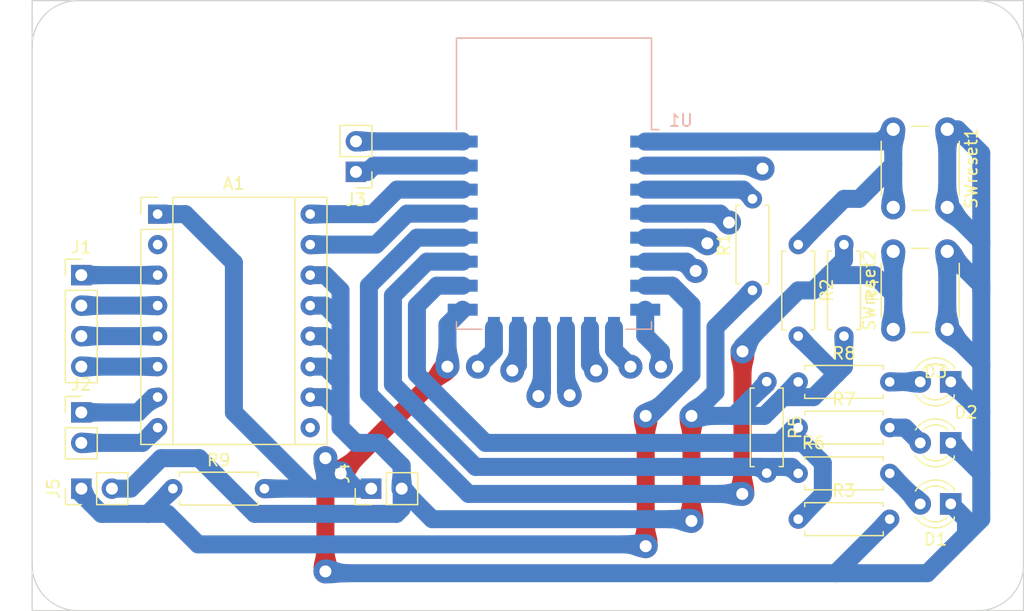
<source format=kicad_pcb>
(kicad_pcb (version 20211014) (generator pcbnew)
  (layers (0 "F.Cu" signal) (31 "B.Cu" signal) (34 "B.Paste" user) (35 "F.Paste" user) (36 "B.SilkS" user "B.Silkscreen") (37 "F.SilkS" user "F.Silkscreen") (38 "B.Mask" user) (39 "F.Mask" user) (44 "Edge.Cuts" user))
  (net 0 "")
  (net 1 "GND")
  (net 3 "Net-(A1-Pad3)")
  (net 4 "Net-(A1-Pad4)")
  (net 5 "Net-(A1-Pad5)")
  (net 6 "Net-(A1-Pad6)")
  (net 7 "Gnd Motor")
  (net 8 "V Motor")
  (net 10 "Vdd")
  (net 11 "Step")
  (net 12 "Direction")
  (net 13 "Net-(R6-Pad2)")
  (net 14 "Wifi Status")
  (net 15 "Net-(R7-Pad2)")
  (net 16 "Done Moving")
  (net 17 "Net-(D3-Pad2)")
  (net 18 "Rx")
  (net 19 "Tx")
  (net 20 "End Switch")
  (net 21 "Net-(R1-Pad2)")
  (net 22 "Net-(R2-Pad1)")
  (net 23 "Net-(R4-Pad1)")
  (net 24 "unconnected-(U1-Pad2)")
  (net 25 "unconnected-(U1-Pad4)")
  (net 26 "unconnected-(U1-Pad5)")
  (net 27 "unconnected-(U1-Pad6)")
  (net 28 "unconnected-(U1-Pad8)")
  (net 29 "unconnected-(U1-Pad9)")
  (net 30 "unconnected-(U1-Pad10)")
  (net 31 "unconnected-(U1-Pad11)")
  (net 32 "unconnected-(U1-Pad12)")
  (net 33 "unconnected-(U1-Pad13)")
  (net 34 "unconnected-(U1-Pad14)")
  (footprint "Resistor_THT:R_Axial_DIN0207_L6.3mm_D2.5mm_P7.62mm_Horizontal" (layer "F.Cu") (at 159.04 101.6)
    (fp_text reference "R8")
    (fp_text value "R")
  )
  (footprint "Button_Switch_THT:SW_PUSH_6mm" (layer "F.Cu") (at 171.45 80.57 -90)
    (fp_text reference "SWreset1")
    (fp_text value "SW_Push")
  )
  (footprint "Resistor_THT:R_Axial_DIN0207_L6.3mm_D2.5mm_P7.62mm_Horizontal" (layer "F.Cu") (at 162.85 90.17 -90)
    (fp_text reference "R4")
    (fp_text value "R")
  )
  (footprint "Connector_PinHeader_2.54mm:PinHeader_1x04_P2.54mm_Vertical" (layer "F.Cu") (at 99.34 92.71)
    (fp_text reference "J1")
    (fp_text value "Conn_01x04_Male")
  )
  (footprint "Resistor_THT:R_Axial_DIN0207_L6.3mm_D2.5mm_P7.62mm_Horizontal" (layer "F.Cu") (at 159.04 90.17 -90)
    (fp_text reference "R2")
    (fp_text value "R")
  )
  (footprint "Resistor_THT:R_Axial_DIN0207_L6.3mm_D2.5mm_P7.62mm_Horizontal" (layer "F.Cu") (at 155.23 93.98 90)
    (fp_text reference "R1")
    (fp_text value "R")
  )
  (footprint "LED_THT:LED_D3.0mm_Clear" (layer "F.Cu") (at 171.74 101.6 180)
    (fp_text reference "D3")
    (fp_text value "LED")
  )
  (footprint "Resistor_THT:R_Axial_DIN0207_L6.3mm_D2.5mm_P7.62mm_Horizontal" (layer "F.Cu") (at 159.04 109.22)
    (fp_text reference "R6")
    (fp_text value "R")
  )
  (footprint "Resistor_THT:R_Axial_DIN0207_L6.3mm_D2.5mm_P7.62mm_Horizontal" (layer "F.Cu") (at 159.04 113.03)
    (fp_text reference "R3")
    (fp_text value "R")
  )
  (footprint "Button_Switch_THT:SW_PUSH_6mm" (layer "F.Cu") (at 166.95 97.23 90)
    (fp_text reference "SWreset2")
    (fp_text value "SW_Push")
  )
  (footprint "Connector_PinHeader_2.54mm:PinHeader_1x02_P2.54mm_Vertical" (layer "F.Cu") (at 99.35 110.49 90)
    (fp_text reference "J5")
    (fp_text value "Conn_01x02_Male")
  )
  (footprint "Connector_PinHeader_2.54mm:PinHeader_1x02_P2.54mm_Vertical" (layer "F.Cu") (at 122.21 84.110112 180)
    (fp_text reference "J3")
    (fp_text value "Conn_01x02_Male")
  )
  (footprint "LED_THT:LED_D3.0mm_Clear" (layer "F.Cu") (at 171.74 106.68 180)
    (fp_text reference "D2")
    (fp_text value "LED")
  )
  (footprint "Resistor_THT:R_Axial_DIN0207_L6.3mm_D2.5mm_P7.62mm_Horizontal" (layer "F.Cu") (at 159.04 105.41)
    (fp_text reference "R7")
    (fp_text value "R")
  )
  (footprint "Resistor_THT:R_Axial_DIN0207_L6.3mm_D2.5mm_P7.62mm_Horizontal" (layer "F.Cu") (at 156.413346 101.575007 -90)
    (fp_text reference "R5")
    (fp_text value "R")
  )
  (footprint "Resistor_THT:R_Axial_DIN0207_L6.3mm_D2.5mm_P7.62mm_Horizontal" (layer "F.Cu") (at 106.97 110.49)
    (fp_text reference "R9")
    (fp_text value "R")
  )
  (footprint "Module:Pololu_Breakout-16_15.2x20.3mm" (layer "F.Cu") (at 105.7 87.63)
    (fp_text reference "A1")
    (fp_text value "Pololu_Breakout_DRV8825")
  )
  (footprint "Connector_PinHeader_2.54mm:PinHeader_1x02_P2.54mm_Vertical" (layer "F.Cu") (at 123.48 110.49 90)
    (fp_text reference "J4")
    (fp_text value "Conn_01x02_Male")
  )
  (footprint "Connector_PinHeader_2.54mm:PinHeader_1x02_P2.54mm_Vertical" (layer "F.Cu") (at 99.34 104.14)
    (fp_text reference "J2")
    (fp_text value "Conn_01x02_Male")
  )
  (footprint "LED_THT:LED_D3.0mm_Clear" (layer "F.Cu") (at 171.74 111.76 180)
    (fp_text reference "D1")
    (fp_text value "LED")
  )
  (footprint "RF_Module:ESP-12E" (layer "B.Cu") (at 138.7 85.09 180)
    (fp_text reference "U1")
    (fp_text value "ESP-12E")
  )
  (gr_rect (start 177.8 69.85) (end 95.25 120.65) (layer "Edge.Cuts") (width 0.1) (fill none))
  (gr_arc (start 95.25 73.66) (mid 96.365923 70.965923) (end 99.06 69.85) (layer "Edge.Cuts") (width 0.1))
  (gr_arc (start 99.06 120.65) (mid 96.365923 119.534077) (end 95.25 116.84) (layer "Edge.Cuts") (width 0.1))
  (gr_arc (start 177.8 116.84) (mid 176.684077 119.534077) (end 173.99 120.65) (layer "Edge.Cuts") (width 0.1))
  (gr_arc (start 173.99 69.85) (mid 176.684077 70.965923) (end 177.8 73.66) (layer "Edge.Cuts") (width 0.1))
  (segment (start 119.67 107.95) (end 119.67 117.379011) (width 1.5) (layer "F.Cu") (net 1))
  (segment (start 120.94 109.22) (end 129.83 100.33) (width 1.5) (layer "F.Cu") (net 1))
  (via (at 120.94 109.22) (size 2) (drill 1) (layers "F.Cu" "B.Cu") (net 1))
  (via (at 119.67 117.379011) (size 2) (drill 1) (layers "F.Cu" "B.Cu") (net 1))
  (via (at 119.67 107.95) (size 2) (drill 1) (layers "F.Cu" "B.Cu") (net 1))
  (via (at 129.83 100.33) (size 2) (drill 1) (layers "F.Cu" "B.Cu") (net 1))
  (segment (start 174.28 100.06) (end 174.28 100.33) (width 1.5) (layer "B.Cu") (net 1))
  (segment (start 174.28 93.98) (end 174.28 90.17) (width 1.5) (layer "B.Cu") (net 1))
  (segment (start 174.28 82.55) (end 172.3 80.57) (width 1.5) (layer "B.Cu") (net 1))
  (segment (start 171.45 97.23) (end 174.28 100.06) (width 1.5) (layer "B.Cu") (net 1))
  (segment (start 174.28 90.17) (end 174.28 82.55) (width 1.5) (layer "B.Cu") (net 1))
  (segment (start 174.28 89.9) (end 174.28 90.17) (width 1.5) (layer "B.Cu") (net 1))
  (segment (start 162.160989 117.529011) (end 166.66 113.03) (width 1.5) (layer "B.Cu") (net 1))
  (segment (start 171.74 106.68) (end 174.28 109.22) (width 1.5) (layer "B.Cu") (net 1))
  (segment (start 123.48 110.49) (end 122.21 110.49) (width 1.5) (layer "B.Cu") (net 1))
  (segment (start 112.05 91.68) (end 108 87.63) (width 1.5) (layer "B.Cu") (net 1))
  (segment (start 171.45 87.07) (end 174.28 89.9) (width 1.5) (layer "B.Cu") (net 1))
  (segment (start 174.28 93.56) (end 174.28 93.98) (width 1.5) (layer "B.Cu") (net 1))
  (segment (start 119.67 110.49) (end 119.67 107.95) (width 1.5) (layer "B.Cu") (net 1))
  (segment (start 174.28 113.03) (end 174.28 109.22) (width 1.5) (layer "B.Cu") (net 1))
  (segment (start 119.67 110.49) (end 122.21 110.49) (width 1.5) (layer "B.Cu") (net 1))
  (segment (start 172.3 80.57) (end 171.45 80.57) (width 1.5) (layer "B.Cu") (net 1))
  (segment (start 171.45 90.73) (end 174.28 93.56) (width 1.5) (layer "B.Cu") (net 1))
  (segment (start 112.05 104.14) (end 118.4 110.49) (width 1.5) (layer "B.Cu") (net 1))
  (segment (start 114.59 110.49) (end 118.4 110.49) (width 1.5) (layer "B.Cu") (net 1))
  (segment (start 122.21 110.49) (end 120.94 109.22) (width 1.5) (layer "B.Cu") (net 1))
  (segment (start 119.67 117.379011) (end 119.82 117.529011) (width 1.5) (layer "B.Cu") (net 1))
  (segment (start 173.01 114.3) (end 174.28 113.03) (width 1.5) (layer "B.Cu") (net 1))
  (segment (start 131.1 95.59) (end 129.83 96.86) (width 1.5) (layer "B.Cu") (net 1))
  (segment (start 162.160989 117.529011) (end 169.780989 117.529011) (width 1.5) (layer "B.Cu") (net 1))
  (segment (start 108 87.63) (end 105.7 87.63) (width 1.5) (layer "B.Cu") (net 1))
  (segment (start 171.45 97.23) (end 171.45 90.73) (width 1.5) (layer "B.Cu") (net 1))
  (segment (start 169.780989 117.529011) (end 173.01 114.3) (width 1.5) (layer "B.Cu") (net 1))
  (segment (start 119.82 117.529011) (end 162.160989 117.529011) (width 1.5) (layer "B.Cu") (net 1))
  (segment (start 171.74 111.76) (end 173.01 113.03) (width 1.5) (layer "B.Cu") (net 1))
  (segment (start 173.01 113.03) (end 173.01 114.3) (width 1.5) (layer "B.Cu") (net 1))
  (segment (start 174.28 100.33) (end 174.28 93.98) (width 1.5) (layer "B.Cu") (net 1))
  (segment (start 112.05 104.14) (end 112.05 91.68) (width 1.5) (layer "B.Cu") (net 1))
  (segment (start 129.83 96.86) (end 129.83 100.33) (width 1.5) (layer "B.Cu") (net 1))
  (segment (start 171.74 101.6) (end 174.28 104.14) (width 1.5) (layer "B.Cu") (net 1))
  (segment (start 174.28 104.14) (end 174.28 100.33) (width 1.5) (layer "B.Cu") (net 1))
  (segment (start 174.28 109.22) (end 174.28 104.14) (width 1.5) (layer "B.Cu") (net 1))
  (segment (start 171.45 87.07) (end 171.45 80.57) (width 1.5) (layer "B.Cu") (net 1))
  (segment (start 118.4 110.49) (end 119.67 110.49) (width 1.5) (layer "B.Cu") (net 1))
  (segment (start 105.7 92.71) (end 99.34 92.71) (width 1.5) (layer "B.Cu") (net 3))
  (segment (start 99.34 95.25) (end 105.7 95.25) (width 1.5) (layer "B.Cu") (net 4))
  (segment (start 105.7 97.79) (end 99.34 97.79) (width 1.5) (layer "B.Cu") (net 5))
  (segment (start 99.34 100.33) (end 105.7 100.33) (width 1.5) (layer "B.Cu") (net 6))
  (segment (start 99.34 104.14) (end 104.071553 104.14) (width 1.5) (layer "B.Cu") (net 7))
  (segment (start 105.341553 102.87) (end 105.7 102.87) (width 1.5) (layer "B.Cu") (net 7))
  (segment (start 104.071553 104.14) (end 105.341553 102.87) (width 1.5) (layer "B.Cu") (net 7))
  (segment (start 105.7 105.41) (end 104.43 106.68) (width 1.5) (layer "B.Cu") (net 8))
  (segment (start 104.43 106.68) (end 99.34 106.68) (width 1.5) (layer "B.Cu") (net 8))
  (segment (start 150.15 113.17852) (end 150.15 104.4305) (width 1.5) (layer "F.Cu") (net 10))
  (via (at 150.15 113.17852) (size 2) (drill 1) (layers "F.Cu" "B.Cu") (net 10))
  (via (at 150.15 104.4305) (size 2) (drill 1) (layers "F.Cu" "B.Cu") (net 10))
  (segment (start 120.93 101.6) (end 120.93 99.06) (width 1.5) (layer "B.Cu") (net 10))
  (segment (start 120.93 99.06) (end 120.93 96.52) (width 1.5) (layer "B.Cu") (net 10))
  (segment (start 126.02 110.49) (end 126.02 108.57871) (width 1.5) (layer "B.Cu") (net 10))
  (segment (start 101.89 110.49) (end 103.447748 110.49) (width 1.5) (layer "B.Cu") (net 10))
  (segment (start 120.93 96.52) (end 119.66 95.25) (width 1.5) (layer "B.Cu") (net 10))
  (segment (start 113.791064 112.589511) (end 125.579511 112.589511) (width 1.5) (layer "B.Cu") (net 10))
  (segment (start 105.987748 107.95) (end 109.151553 107.95) (width 1.5) (layer "B.Cu") (net 10))
  (segment (start 157.77 102.87) (end 160.31 102.87) (width 1.5) (layer "B.Cu") (net 10))
  (segment (start 157.77 102.87) (end 159.04 101.6) (width 1.5) (layer "B.Cu") (net 10))
  (segment (start 120.93 99.06) (end 119.66 97.79) (width 1.5) (layer "B.Cu") (net 10))
  (segment (start 152.14952 102.43098) (end 152.14952 97.06048) (width 1.5) (layer "B.Cu") (net 10))
  (segment (start 153.6695 104.4305) (end 156.2095 104.4305) (width 1.5) (layer "B.Cu") (net 10))
  (segment (start 118.4 102.87) (end 119.67 102.87) (width 1.5) (layer "B.Cu") (net 10))
  (segment (start 162.215 100.965) (end 159.04 97.79) (width 1.5) (layer "B.Cu") (net 10))
  (segment (start 119.66 97.79) (end 118.4 97.79) (width 1.5) (layer "B.Cu") (net 10))
  (segment (start 120.93 96.52) (end 120.93 93.98) (width 1.5) (layer "B.Cu") (net 10))
  (segment (start 160.31 102.87) (end 162.215 100.965) (width 1.5) (layer "B.Cu") (net 10))
  (segment (start 126.02 108.57871) (end 124.12129 106.68) (width 1.5) (layer "B.Cu") (net 10))
  (segment (start 109.151553 107.95) (end 113.791064 112.589511) (width 1.5) (layer "B.Cu") (net 10))
  (segment (start 119.66 95.25) (end 118.4 95.25) (width 1.5) (layer "B.Cu") (net 10))
  (segment (start 150.15 104.4305) (end 153.6695 104.4305) (width 1.5) (layer "B.Cu") (net 10))
  (segment (start 150.15 113.17852) (end 150.001469 113.029989) (width 1.5) (layer "B.Cu") (net 10))
  (segment (start 126.02 112.149022) (end 126.02 110.49) (width 1.5) (layer "B.Cu") (net 10))
  (segment (start 156.2095 104.4305) (end 157.77 102.87) (width 1.5) (layer "B.Cu") (net 10))
  (segment (start 153.6695 104.4305) (end 156.5 101.6) (width 1.5) (layer "B.Cu") (net 10))
  (segment (start 120.93 101.6) (end 119.66 100.33) (width 1.5) (layer "B.Cu") (net 10))
  (segment (start 122.21 106.68) (end 120.93 105.4) (width 1.5) (layer "B.Cu") (net 10))
  (segment (start 162.85 100.33) (end 162.85 97.79) (width 1.5) (layer "B.Cu") (net 10))
  (segment (start 119.67 102.87) (end 120.93 104.13) (width 1.5) (layer "B.Cu") (net 10))
  (segment (start 128.559989 113.029989) (end 126.02 110.49) (width 1.5) (layer "B.Cu") (net 10))
  (segment (start 152.14952 97.06048) (end 155.23 93.98) (width 1.5) (layer "B.Cu") (net 10))
  (segment (start 122.21 106.68) (end 124.12129 106.68) (width 1.5) (layer "B.Cu") (net 10))
  (segment (start 119.66 92.71) (end 118.4 92.71) (width 1.5) (layer "B.Cu") (net 10))
  (segment (start 120.93 105.4) (end 120.93 101.6) (width 1.5) (layer "B.Cu") (net 10))
  (segment (start 103.447748 110.49) (end 105.987748 107.95) (width 1.5) (layer "B.Cu") (net 10))
  (segment (start 119.66 100.33) (end 118.4 100.33) (width 1.5) (layer "B.Cu") (net 10))
  (segment (start 150.15 104.4305) (end 152.14952 102.43098) (width 1.5) (layer "B.Cu") (net 10))
  (segment (start 125.579511 112.589511) (end 126.02 112.149022) (width 1.5) (layer "B.Cu") (net 10))
  (segment (start 120.93 104.13) (end 120.93 105.4) (width 1.5) (layer "B.Cu") (net 10))
  (segment (start 162.215 100.965) (end 162.85 100.33) (width 1.5) (layer "B.Cu") (net 10))
  (segment (start 120.93 93.98) (end 119.66 92.71) (width 1.5) (layer "B.Cu") (net 10))
  (segment (start 150.001469 113.029989) (end 128.559989 113.029989) (width 1.5) (layer "B.Cu") (net 10))
  (segment (start 123.886756 90.17) (end 126.466756 87.59) (width 1.5) (layer "B.Cu") (net 11))
  (segment (start 118.4 90.17) (end 123.886756 90.17) (width 1.5) (layer "B.Cu") (net 11))
  (segment (start 126.466756 87.59) (end 131.1 87.59) (width 1.5) (layer "B.Cu") (net 11))
  (segment (start 125.639008 85.59) (end 131.1 85.59) (width 1.5) (layer "B.Cu") (net 12))
  (segment (start 123.599008 87.63) (end 125.639008 85.59) (width 1.5) (layer "B.Cu") (net 12))
  (segment (start 118.4 87.63) (end 123.599008 87.63) (width 1.5) (layer "B.Cu") (net 12))
  (segment (start 166.66 109.22) (end 169.2 111.76) (width 1.5) (layer "B.Cu") (net 13))
  (segment (start 150.87952 108.67952) (end 132.170482 108.67952) (width 1.5) (layer "B.Cu") (net 14))
  (segment (start 158.49952 108.67952) (end 150.87952 108.67952) (width 1.5) (layer "B.Cu") (net 14))
  (segment (start 128.122252 91.59) (end 131.1 91.59) (width 1.5) (layer "B.Cu") (net 14))
  (segment (start 125.29048 101.799518) (end 125.29048 94.421772) (width 1.5) (layer "B.Cu") (net 14))
  (segment (start 159.04 109.22) (end 158.49952 108.67952) (width 1.5) (layer "B.Cu") (net 14))
  (segment (start 156.5 109.22) (end 155.95952 108.67952) (width 1.5) (layer "B.Cu") (net 14))
  (segment (start 155.95952 108.67952) (end 150.87952 108.67952) (width 1.5) (layer "B.Cu") (net 14))
  (segment (start 125.29048 94.421772) (end 128.122252 91.59) (width 1.5) (layer "B.Cu") (net 14))
  (segment (start 132.170482 108.67952) (end 125.29048 101.799518) (width 1.5) (layer "B.Cu") (net 14))
  (segment (start 166.66 105.41) (end 167.93 105.41) (width 1.5) (layer "B.Cu") (net 15))
  (segment (start 167.93 105.41) (end 169.2 106.68) (width 1.5) (layer "B.Cu") (net 15))
  (segment (start 127.29 95.25) (end 127.29 100.97129) (width 1.5) (layer "B.Cu") (net 16))
  (segment (start 159.04 113.03) (end 161.089511 110.980489) (width 1.5) (layer "B.Cu") (net 16))
  (segment (start 127.29 100.97129) (end 132.99871 106.68) (width 1.5) (layer "B.Cu") (net 16))
  (segment (start 158.70179 105.41) (end 157.43179 106.68) (width 1.5) (layer "B.Cu") (net 16))
  (segment (start 157.43179 106.68) (end 132.99871 106.68) (width 1.5) (layer "B.Cu") (net 16))
  (segment (start 131.1 93.59) (end 128.95 93.59) (width 1.5) (layer "B.Cu") (net 16))
  (segment (start 161.089511 108.371064) (end 159.398447 106.68) (width 1.5) (layer "B.Cu") (net 16))
  (segment (start 161.089511 110.980489) (end 161.089511 108.371064) (width 1.5) (layer "B.Cu") (net 16))
  (segment (start 128.95 93.59) (end 127.29 95.25) (width 1.5) (layer "B.Cu") (net 16))
  (segment (start 159.398447 106.68) (end 155.23 106.68) (width 1.5) (layer "B.Cu") (net 16))
  (segment (start 166.66 101.6) (end 169.2 101.6) (width 1.5) (layer "B.Cu") (net 17))
  (segment (start 123.189888 84.110112) (end 122.21 84.110112) (width 1.5) (layer "B.Cu") (net 18))
  (segment (start 131.1 83.59) (end 123.71 83.59) (width 1.5) (layer "B.Cu") (net 18))
  (segment (start 123.71 83.59) (end 123.189888 84.110112) (width 1.5) (layer "B.Cu") (net 18))
  (segment (start 122.21 81.570112) (end 131.080112 81.570112) (width 1.5) (layer "B.Cu") (net 19))
  (segment (start 131.080112 81.570112) (end 131.1 81.59) (width 1.5) (layer "B.Cu") (net 19))
  (segment (start 146.34 115.279511) (end 146.34 104.4305) (width 1.5) (layer "F.Cu") (net 20))
  (via (at 146.34 104.4305) (size 2) (drill 1) (layers "F.Cu" "B.Cu") (net 20))
  (via (at 146.34 115.279511) (size 2) (drill 1) (layers "F.Cu" "B.Cu") (net 20))
  (segment (start 104.870489 112.589511) (end 106.97 110.49) (width 1.5) (layer "B.Cu") (net 20))
  (segment (start 150.15 95.190978) (end 148.549022 93.59) (width 1.5) (layer "B.Cu") (net 20))
  (segment (start 99.35 110.49) (end 99.35 110.919158) (width 1.5) (layer "B.Cu") (net 20))
  (segment (start 99.35 110.919158) (end 101.020353 112.589511) (width 1.5) (layer "B.Cu") (net 20))
  (segment (start 148.549022 93.59) (end 146.3 93.59) (width 1.5) (layer "B.Cu") (net 20))
  (segment (start 150.15 100.97129) (end 150.15 95.190978) (width 1.5) (layer "B.Cu") (net 20))
  (segment (start 146.34 104.4305) (end 146.69079 104.4305) (width 1.5) (layer "B.Cu") (net 20))
  (segment (start 146.19 115.129511) (end 109.069511 115.129511) (width 1.5) (layer "B.Cu") (net 20))
  (segment (start 101.020353 112.589511) (end 104.870489 112.589511) (width 1.5) (layer "B.Cu") (net 20))
  (segment (start 106.529511 112.589511) (end 104.870489 112.589511) (width 1.5) (layer "B.Cu") (net 20))
  (segment (start 146.34 115.279511) (end 146.19 115.129511) (width 1.5) (layer "B.Cu") (net 20))
  (segment (start 109.069511 115.129511) (end 106.529511 112.589511) (width 1.5) (layer "B.Cu") (net 20))
  (segment (start 146.69079 104.4305) (end 150.15 100.97129) (width 1.5) (layer "B.Cu") (net 20))
  (segment (start 154.46 85.59) (end 155.23 86.36) (width 1.5) (layer "B.Cu") (net 21))
  (segment (start 146.3 85.59) (end 154.46 85.59) (width 1.5) (layer "B.Cu") (net 21))
  (segment (start 165.93 81.59) (end 166.95 80.57) (width 1.5) (layer "B.Cu") (net 22))
  (segment (start 166.95 87.07) (end 166.95 83.53) (width 1.5) (layer "B.Cu") (net 22))
  (segment (start 162.85 86.36) (end 164.12 86.36) (width 1.5) (layer "B.Cu") (net 22))
  (segment (start 164.12 86.36) (end 166.95 83.53) (width 1.5) (layer "B.Cu") (net 22))
  (segment (start 146.3 81.59) (end 165.93 81.59) (width 1.5) (layer "B.Cu") (net 22))
  (segment (start 159.04 90.17) (end 162.85 86.36) (width 1.5) (layer "B.Cu") (net 22))
  (segment (start 166.95 83.53) (end 166.95 80.57) (width 1.5) (layer "B.Cu") (net 22))
  (segment (start 154.380182 110.92902) (end 154.39902 110.910182) (width 1.5) (layer "F.Cu") (net 23))
  (segment (start 154.39902 110.910182) (end 154.39902 99.06) (width 1.5) (layer "F.Cu") (net 23))
  (via (at 154.380182 110.92902) (size 2) (drill 1) (layers "F.Cu" "B.Cu") (net 23))
  (via (at 154.39902 99.06) (size 2) (drill 1) (layers "F.Cu" "B.Cu") (net 23))
  (segment (start 127.294504 89.59) (end 131.1 89.59) (width 1.5) (layer "B.Cu") (net 23))
  (segment (start 160.31 93.98) (end 161.58 92.71) (width 1.5) (layer "B.Cu") (net 23))
  (segment (start 154.380182 110.92902) (end 131.592234 110.92902) (width 1.5) (layer "B.Cu") (net 23))
  (segment (start 123.29096 102.627746) (end 123.29096 93.593544) (width 1.5) (layer "B.Cu") (net 23))
  (segment (start 165.39 92.71) (end 166.95 94.27) (width 1.5) (layer "B.Cu") (net 23))
  (segment (start 123.29096 93.593544) (end 127.294504 89.59) (width 1.5) (layer "B.Cu") (net 23))
  (segment (start 154.39902 99.06) (end 154.39902 98.62098) (width 1.5) (layer "B.Cu") (net 23))
  (segment (start 159.04 93.98) (end 160.31 93.98) (width 1.5) (layer "B.Cu") (net 23))
  (segment (start 131.592234 110.92902) (end 123.29096 102.627746) (width 1.5) (layer "B.Cu") (net 23))
  (segment (start 166.95 93) (end 166.95 90.73) (width 1.5) (layer "B.Cu") (net 23))
  (segment (start 162.85 91.44) (end 162.85 90.17) (width 1.5) (layer "B.Cu") (net 23))
  (segment (start 166.95 97.23) (end 166.95 94.27) (width 1.5) (layer "B.Cu") (net 23))
  (segment (start 154.39902 98.62098) (end 159.04 93.98) (width 1.5) (layer "B.Cu") (net 23))
  (segment (start 161.58 92.71) (end 165.39 92.71) (width 1.5) (layer "B.Cu") (net 23))
  (segment (start 166.95 94.27) (end 166.95 93) (width 1.5) (layer "B.Cu") (net 23))
  (segment (start 161.58 92.71) (end 162.85 91.44) (width 1.5) (layer "B.Cu") (net 23))
  (via (at 156.067707 83.8395) (size 2) (drill 1) (layers "F.Cu" "B.Cu") (net 24))
  (segment (start 146.3 83.59) (end 155.818207 83.59) (width 1.5) (layer "B.Cu") (net 24))
  (segment (start 155.818207 83.59) (end 156.067707 83.8395) (width 1.5) (layer "B.Cu") (net 24))
  (via (at 153.276596 88.330001) (size 2) (drill 1) (layers "F.Cu" "B.Cu") (net 25))
  (segment (start 152.536595 87.59) (end 153.276596 88.330001) (width 1.5) (layer "B.Cu") (net 25))
  (segment (start 146.3 87.59) (end 152.536595 87.59) (width 1.5) (layer "B.Cu") (net 25))
  (via (at 151.468139 90.055398) (size 2) (drill 1) (layers "F.Cu" "B.Cu") (net 26))
  (segment (start 146.3 89.59) (end 151.002741 89.59) (width 1.5) (layer "B.Cu") (net 26))
  (segment (start 151.002741 89.59) (end 151.468139 90.055398) (width 1.5) (layer "B.Cu") (net 26))
  (via (at 150.500148 92.359852) (size 2) (drill 1) (layers "F.Cu" "B.Cu") (net 27))
  (segment (start 146.3 91.59) (end 149.730296 91.59) (width 1.5) (layer "B.Cu") (net 27))
  (segment (start 149.730296 91.59) (end 150.500148 92.359852) (width 1.5) (layer "B.Cu") (net 27))
  (via (at 147.61 100.33) (size 2) (drill 1) (layers "F.Cu" "B.Cu") (net 28))
  (segment (start 146.3 95.59) (end 146.3 97.75) (width 1.5) (layer "B.Cu") (net 28))
  (segment (start 147.61 99.06) (end 147.61 100.33) (width 1.5) (layer "B.Cu") (net 28))
  (segment (start 146.3 97.75) (end 147.61 99.06) (width 1.5) (layer "B.Cu") (net 28))
  (via (at 145.07 100.33) (size 2) (drill 1) (layers "F.Cu" "B.Cu") (net 29))
  (segment (start 143.7 97.09) (end 143.7 98.96) (width 1.5) (layer "B.Cu") (net 29))
  (segment (start 143.7 98.96) (end 145.07 100.33) (width 1.5) (layer "B.Cu") (net 29))
  (via (at 142.209363 100.650637) (size 2) (drill 1) (layers "F.Cu" "B.Cu") (net 30))
  (segment (start 141.7 97.09) (end 141.7 100.141274) (width 1.5) (layer "B.Cu") (net 30))
  (segment (start 141.7 100.141274) (end 142.209363 100.650637) (width 1.5) (layer "B.Cu") (net 30))
  (via (at 140.00776 102.703937) (size 2) (drill 1) (layers "F.Cu" "B.Cu") (net 31))
  (segment (start 139.7 102.396177) (end 140.00776 102.703937) (width 1.5) (layer "B.Cu") (net 31))
  (segment (start 139.7 97.09) (end 139.7 102.396177) (width 1.5) (layer "B.Cu") (net 31))
  (via (at 137.405292 102.778089) (size 2) (drill 1) (layers "F.Cu" "B.Cu") (net 32))
  (segment (start 137.7 97.09) (end 137.7 102.483381) (width 1.5) (layer "B.Cu") (net 32))
  (segment (start 137.7 102.483381) (end 137.405292 102.778089) (width 1.5) (layer "B.Cu") (net 32))
  (via (at 135.230637 100.650637) (size 2) (drill 1) (layers "F.Cu" "B.Cu") (net 33))
  (segment (start 135.7 100.181274) (end 135.230637 100.650637) (width 1.5) (layer "B.Cu") (net 33))
  (segment (start 135.7 97.09) (end 135.7 100.181274) (width 1.5) (layer "B.Cu") (net 33))
  (via (at 132.37 100.33) (size 2) (drill 1) (layers "F.Cu" "B.Cu") (net 34))
  (segment (start 133.7 97.09) (end 133.7 99) (width 1.5) (layer "B.Cu") (net 34))
  (segment (start 133.7 99) (end 132.37 100.33) (width 1.5) (layer "B.Cu") (net 34))
  (zone (net 20) (net_name "End Switch") (layer "F.Cu") (priority 16962) (connect_pads yes (clearance 0)) (min_thickness 0.0254) (fill yes (thermal_gap 0.508) (thermal_bridge_width 0.508))
    (polygon (pts (xy 145.59 113.289511) (xy 145.583 113.56184) (xy 145.564 113.785283) (xy 145.535999 113.972061) (xy 145.502 114.134397) (xy 145.465 114.284511) (xy 145.428 114.434624) (xy 145.394 114.59696) (xy 145.366 114.783738) (xy 145.347 115.007181) (xy 145.34 115.279511) (xy 146.34 115.779511) (xy 147.34 115.279511) (xy 147.333 115.007181) (xy 147.314 114.783738) (xy 147.285999 114.59696) (xy 147.252 114.434624) (xy 147.215 114.284511) (xy 147.178 114.134397) (xy 147.144 113.972061) (xy 147.116 113.785283) (xy 147.097 113.56184) (xy 147.09 113.289511)))
  )
  (zone (net 10) (net_name "Vdd") (layer "F.Cu") (priority 16962) (connect_pads yes (clearance 0)) (min_thickness 0.0254) (fill yes (thermal_gap 0.508) (thermal_bridge_width 0.508))
    (polygon (pts (xy 149.4 111.18852) (xy 149.393 111.460849) (xy 149.374 111.684292) (xy 149.345999 111.87107) (xy 149.312 112.033406) (xy 149.275 112.18352) (xy 149.238 112.333633) (xy 149.204 112.495969) (xy 149.176 112.682747) (xy 149.157 112.90619) (xy 149.15 113.17852) (xy 150.15 113.67852) (xy 151.15 113.17852) (xy 151.143 112.90619) (xy 151.124 112.682747) (xy 151.095999 112.495969) (xy 151.062 112.333633) (xy 151.025 112.18352) (xy 150.988 112.033406) (xy 150.954 111.87107) (xy 150.926 111.684292) (xy 150.907 111.460849) (xy 150.9 111.18852)))
  )
  (zone (net 1) (net_name "GND") (layer "F.Cu") (priority 16962) (connect_pads yes (clearance 0)) (min_thickness 0.0254) (fill yes (thermal_gap 0.508) (thermal_bridge_width 0.508))
    (polygon (pts (xy 120.42 109.94) (xy 120.427 109.66767) (xy 120.446 109.444227) (xy 120.473999 109.257449) (xy 120.508 109.095113) (xy 120.545 108.945) (xy 120.582 108.794886) (xy 120.616 108.63255) (xy 120.644 108.445772) (xy 120.663 108.222329) (xy 120.67 107.95) (xy 119.67 107.45) (xy 118.67 107.95) (xy 118.677 108.222329) (xy 118.696 108.445772) (xy 118.723999 108.63255) (xy 118.758 108.794886) (xy 118.795 108.945) (xy 118.832 109.095113) (xy 118.866 109.257449) (xy 118.894 109.444227) (xy 118.913 109.66767) (xy 118.92 109.94)))
  )
  (zone (net 10) (net_name "Vdd") (layer "F.Cu") (priority 16962) (connect_pads yes (clearance 0)) (min_thickness 0.0254) (fill yes (thermal_gap 0.508) (thermal_bridge_width 0.508))
    (polygon (pts (xy 150.9 106.4205) (xy 150.907 106.14817) (xy 150.926 105.924727) (xy 150.953999 105.737949) (xy 150.988 105.575613) (xy 151.025 105.4255) (xy 151.062 105.275386) (xy 151.096 105.11305) (xy 151.124 104.926272) (xy 151.143 104.702829) (xy 151.15 104.4305) (xy 150.15 103.9305) (xy 149.15 104.4305) (xy 149.157 104.702829) (xy 149.176 104.926272) (xy 149.203999 105.11305) (xy 149.238 105.275386) (xy 149.275 105.4255) (xy 149.312 105.575613) (xy 149.346 105.737949) (xy 149.374 105.924727) (xy 149.393 106.14817) (xy 149.4 106.4205)))
  )
  (zone (net 1) (net_name "GND") (layer "F.Cu") (priority 16962) (connect_pads yes (clearance 0)) (min_thickness 0.0254) (fill yes (thermal_gap 0.508) (thermal_bridge_width 0.508))
    (polygon (pts (xy 128.953189 102.267471) (xy 129.150704 102.079854) (xy 129.322137 101.935291) (xy 129.474008 101.823018) (xy 129.612838 101.732271) (xy 129.745147 101.652288) (xy 129.877457 101.572304) (xy 130.016286 101.481557) (xy 130.168157 101.369284) (xy 130.33959 101.224721) (xy 130.537106 101.037106) (xy 130.183553 99.976447) (xy 129.122894 99.622894) (xy 128.935278 99.820409) (xy 128.790715 99.991842) (xy 128.678442 100.143713) (xy 128.587695 100.282542) (xy 128.507711 100.414852) (xy 128.427728 100.547161) (xy 128.336981 100.685991) (xy 128.224708 100.837862) (xy 128.080145 101.009295) (xy 127.892529 101.206811)))
  )
  (zone (net 1) (net_name "GND") (layer "F.Cu") (priority 16962) (connect_pads yes (clearance 0)) (min_thickness 0.0254) (fill yes (thermal_gap 0.508) (thermal_bridge_width 0.508))
    (polygon (pts (xy 118.92 115.389011) (xy 118.913 115.66134) (xy 118.894 115.884783) (xy 118.865999 116.071561) (xy 118.832 116.233897) (xy 118.795 116.384011) (xy 118.758 116.534124) (xy 118.724 116.69646) (xy 118.696 116.883238) (xy 118.677 117.106681) (xy 118.67 117.379011) (xy 119.67 117.879011) (xy 120.67 117.379011) (xy 120.663 117.106681) (xy 120.644 116.883238) (xy 120.615999 116.69646) (xy 120.582 116.534124) (xy 120.545 116.384011) (xy 120.508 116.233897) (xy 120.474 116.071561) (xy 120.446 115.884783) (xy 120.427 115.66134) (xy 120.42 115.389011)))
  )
  (zone (net 23) (net_name "Net-(R4-Pad1)") (layer "F.Cu") (priority 16962) (connect_pads yes (clearance 0)) (min_thickness 0.0254) (fill yes (thermal_gap 0.508) (thermal_bridge_width 0.508))
    (polygon (pts (xy 153.64902 108.920182) (xy 153.642003 109.192799) (xy 153.622878 109.41636) (xy 153.594531 109.603127) (xy 153.559849 109.765364) (xy 153.521718 109.915332) (xy 153.483024 110.065295) (xy 153.446655 110.227516) (xy 153.415496 110.414257) (xy 153.392434 110.637781) (xy 153.380357 110.910351) (xy 154.370848 111.428932) (xy 155.380182 110.92902) (xy 155.373709 110.654386) (xy 155.356141 110.428919) (xy 155.330251 110.240327) (xy 155.298812 110.076318) (xy 155.264601 109.924601) (xy 155.230389 109.772883) (xy 155.19895 109.608874) (xy 155.17306 109.420282) (xy 155.155492 109.194815) (xy 155.14902 108.920182)))
  )
  (zone (net 23) (net_name "Net-(R4-Pad1)") (layer "F.Cu") (priority 16962) (connect_pads yes (clearance 0)) (min_thickness 0.0254) (fill yes (thermal_gap 0.508) (thermal_bridge_width 0.508))
    (polygon (pts (xy 155.14902 101.05) (xy 155.15602 100.77767) (xy 155.17502 100.554227) (xy 155.203019 100.367449) (xy 155.23702 100.205113) (xy 155.27402 100.055) (xy 155.31102 99.904886) (xy 155.34502 99.74255) (xy 155.37302 99.555772) (xy 155.39202 99.332329) (xy 155.39902 99.06) (xy 154.39902 98.56) (xy 153.39902 99.06) (xy 153.40602 99.332329) (xy 153.42502 99.555772) (xy 153.453019 99.74255) (xy 153.48702 99.904886) (xy 153.52402 100.055) (xy 153.56102 100.205113) (xy 153.59502 100.367449) (xy 153.62302 100.554227) (xy 153.64202 100.77767) (xy 153.64902 101.05)))
  )
  (zone (net 1) (net_name "GND") (layer "F.Cu") (priority 16962) (connect_pads yes (clearance 0)) (min_thickness 0.0254) (fill yes (thermal_gap 0.508) (thermal_bridge_width 0.508))
    (polygon (pts (xy 121.816811 107.282529) (xy 121.619295 107.470145) (xy 121.447862 107.614708) (xy 121.295991 107.726981) (xy 121.157161 107.817728) (xy 121.024852 107.897711) (xy 120.892542 107.977695) (xy 120.753713 108.068442) (xy 120.601842 108.180715) (xy 120.430409 108.325278) (xy 120.232894 108.512894) (xy 120.586447 109.573553) (xy 121.647106 109.927106) (xy 121.834721 109.72959) (xy 121.979284 109.558157) (xy 122.091557 109.406286) (xy 122.182304 109.267457) (xy 122.262288 109.135147) (xy 122.342271 109.002838) (xy 122.433018 108.864008) (xy 122.545291 108.712137) (xy 122.689854 108.540704) (xy 122.877471 108.343189)))
  )
  (zone (net 20) (net_name "End Switch") (layer "F.Cu") (priority 16962) (connect_pads yes (clearance 0)) (min_thickness 0.0254) (fill yes (thermal_gap 0.508) (thermal_bridge_width 0.508))
    (polygon (pts (xy 147.09 106.4205) (xy 147.097 106.14817) (xy 147.116 105.924727) (xy 147.143999 105.737949) (xy 147.178 105.575613) (xy 147.215 105.4255) (xy 147.252 105.275386) (xy 147.286 105.11305) (xy 147.314 104.926272) (xy 147.333 104.702829) (xy 147.34 104.4305) (xy 146.34 103.9305) (xy 145.34 104.4305) (xy 145.347 104.702829) (xy 145.366 104.926272) (xy 145.393999 105.11305) (xy 145.428 105.275386) (xy 145.465 105.4255) (xy 145.502 105.575613) (xy 145.536 105.737949) (xy 145.564 105.924727) (xy 145.583 106.14817) (xy 145.59 106.4205)))
  )
  (zone (net 10) (net_name "Vdd") (layer "B.Cu") (priority 16962) (connect_pads yes (clearance 0)) (min_thickness 0.0254) (fill yes (thermal_gap 0.508) (thermal_bridge_width 0.508))
    (polygon (pts (xy 160.694629 98.383969) (xy 160.542654 98.230014) (xy 160.419399 98.101385) (xy 160.317685 97.991751) (xy 160.230331 97.894781) (xy 160.150156 97.804141) (xy 160.069982 97.713502) (xy 159.982628 97.616531) (xy 159.880914 97.506897) (xy 159.757659 97.378269) (xy 159.605685 97.224315) (xy 158.757158 97.507158) (xy 158.474315 98.355685) (xy 158.628269 98.507659) (xy 158.756897 98.630914) (xy 158.866531 98.732628) (xy 158.963502 98.819982) (xy 159.054141 98.900156) (xy 159.144781 98.980331) (xy 159.241751 99.067685) (xy 159.351385 99.169399) (xy 159.480014 99.292654) (xy 159.633969 99.444629)))
  )
  (zone (net 10) (net_name "Vdd") (layer "B.Cu") (priority 16962) (connect_pads yes (clearance 0)) (min_thickness 0.0254) (fill yes (thermal_gap 0.508) (thermal_bridge_width 0.508))
    (polygon (pts (xy 158.446031 103.254629) (xy 158.599985 103.102654) (xy 158.728614 102.979399) (xy 158.838248 102.877685) (xy 158.935218 102.790331) (xy 159.025858 102.710156) (xy 159.116497 102.629982) (xy 159.213468 102.542628) (xy 159.323102 102.440914) (xy 159.45173 102.317659) (xy 159.605685 102.165685) (xy 159.322842 101.317158) (xy 158.474315 101.034315) (xy 158.32234 101.188269) (xy 158.199085 101.316897) (xy 158.097371 101.426531) (xy 158.010017 101.523502) (xy 157.929843 101.614141) (xy 157.849668 101.704781) (xy 157.762314 101.801751) (xy 157.6606 101.911385) (xy 157.537345 102.040014) (xy 157.385371 102.193969)))
  )
  (zone (net 1) (net_name "GND") (layer "B.Cu") (priority 16962) (connect_pads yes (clearance 0)) (min_thickness 0.0254) (fill yes (thermal_gap 0.508) (thermal_bridge_width 0.508))
    (polygon (pts (xy 173.76 113.033948) (xy 173.72864 112.815079) (xy 173.64352 112.657194) (xy 173.518079 112.545044) (xy 173.36576 112.463386) (xy 173.2 112.396974) (xy 173.03424 112.330561) (xy 172.88192 112.248903) (xy 172.75648 112.136753) (xy 172.67136 111.978868) (xy 172.64 111.76) (xy 171.421802 111.441802) (xy 171.103604 112.396396) (xy 171.249431 112.509869) (xy 171.403146 112.578594) (xy 171.559274 112.615208) (xy 171.712342 112.632348) (xy 171.856877 112.642653) (xy 171.987406 112.658759) (xy 172.098456 112.693304) (xy 172.184554 112.758925) (xy 172.240226 112.868261) (xy 172.26 113.033948)))
  )
  (zone (net 10) (net_name "Vdd") (layer "B.Cu") (priority 16962) (connect_pads yes (clearance 0)) (min_thickness 0.0254) (fill yes (thermal_gap 0.508) (thermal_bridge_width 0.508))
    (polygon (pts (xy 152.14 103.6805) (xy 151.86767 103.6735) (xy 151.644227 103.6545) (xy 151.457449 103.626499) (xy 151.295113 103.5925) (xy 151.145 103.5555) (xy 150.994886 103.5185) (xy 150.83255 103.4845) (xy 150.645772 103.4565) (xy 150.422329 103.4375) (xy 150.15 103.4305) (xy 149.65 104.4305) (xy 150.15 105.4305) (xy 150.422329 105.4235) (xy 150.645772 105.4045) (xy 150.83255 105.376499) (xy 150.994886 105.3425) (xy 151.145 105.3055) (xy 151.295113 105.2685) (xy 151.457449 105.2345) (xy 151.644227 105.2065) (xy 151.86767 105.1875) (xy 152.14 105.1805)))
  )
  (zone (net 20) (net_name "End Switch") (layer "B.Cu") (priority 16962) (connect_pads yes (clearance 0)) (min_thickness 0.0254) (fill yes (thermal_gap 0.508) (thermal_bridge_width 0.508))
    (polygon (pts (xy 144.35 115.879511) (xy 144.604938 115.886591) (xy 144.813234 115.906413) (xy 144.986468 115.936847) (xy 145.136222 115.975766) (xy 145.274077 116.021039) (xy 145.411613 116.070539) (xy 145.560411 116.122136) (xy 145.732054 116.173702) (xy 145.938121 116.223108) (xy 146.190195 116.268226) (xy 146.834357 115.354413) (xy 146.34 114.279511) (xy 146.069088 114.282311) (xy 145.846118 114.289911) (xy 145.659103 114.30111) (xy 145.496059 114.314711) (xy 145.345 114.329511) (xy 145.19394 114.344311) (xy 145.030896 114.357911) (xy 144.843881 114.369111) (xy 144.620911 114.376711) (xy 144.35 114.379511)))
  )
  (zone (net 18) (net_name "Rx") (layer "B.Cu") (priority 16962) (connect_pads yes (clearance 0)) (min_thickness 0.0254) (fill yes (thermal_gap 0.508) (thermal_bridge_width 0.508))
    (polygon (pts (xy 123.168754 83.070586) (xy 123.071138 83.159856) (xy 122.98327 83.22298) (xy 122.901639 83.263902) (xy 122.822735 83.286568) (xy 122.743048 83.294922) (xy 122.659067 83.292911) (xy 122.567281 83.284479) (xy 122.464182 83.273572) (xy 122.346258 83.264134) (xy 122.21 83.260112) (xy 121.785 84.110112) (xy 122.81104 84.711152) (xy 122.967775 84.577893) (xy 123.114578 84.494813) (xy 123.253933 84.449367) (xy 123.388321 84.429011) (xy 123.520226 84.421199) (xy 123.652131 84.413387) (xy 123.78652 84.39303) (xy 123.925874 84.347584) (xy 124.072678 84.264504) (xy 124.229414 84.131246)))
  )
  (zone (net 22) (net_name "Net-(R2-Pad1)") (layer "B.Cu") (priority 16962) (connect_pads yes (clearance 0)) (min_thickness 0.0254) (fill yes (thermal_gap 0.508) (thermal_bridge_width 0.508))
    (polygon (pts (xy 159.633969 88.515371) (xy 159.480014 88.667345) (xy 159.351385 88.7906) (xy 159.241751 88.892314) (xy 159.144781 88.979668) (xy 159.054141 89.059843) (xy 158.963502 89.140017) (xy 158.866531 89.227371) (xy 158.756897 89.329085) (xy 158.628269 89.45234) (xy 158.474315 89.604315) (xy 158.757158 90.452842) (xy 159.605685 90.735685) (xy 159.757659 90.58173) (xy 159.880914 90.453102) (xy 159.982628 90.343468) (xy 160.069982 90.246497) (xy 160.150156 90.155858) (xy 160.230331 90.065218) (xy 160.317685 89.968248) (xy 160.419399 89.858614) (xy 160.542654 89.729985) (xy 160.694629 89.576031)))
  )
  (zone (net 10) (net_name "Vdd") (layer "B.Cu") (priority 16962) (connect_pads yes (clearance 0)) (min_thickness 0.0254) (fill yes (thermal_gap 0.508) (thermal_bridge_width 0.508))
    (polygon (pts (xy 155.906031 103.254629) (xy 156.059985 103.102654) (xy 156.188614 102.979399) (xy 156.298248 102.877685) (xy 156.395218 102.790331) (xy 156.485858 102.710156) (xy 156.576497 102.629982) (xy 156.673468 102.542628) (xy 156.783102 102.440914) (xy 156.91173 102.317659) (xy 157.065685 102.165685) (xy 156.782842 101.317158) (xy 155.934315 101.034315) (xy 155.78234 101.188269) (xy 155.659085 101.316897) (xy 155.557371 101.426531) (xy 155.470017 101.523502) (xy 155.389843 101.614141) (xy 155.309668 101.704781) (xy 155.222314 101.801751) (xy 155.1206 101.911385) (xy 154.997345 102.040014) (xy 154.845371 102.193969)))
  )
  (zone (net 3) (net_name "Net-(A1-Pad3)") (layer "B.Cu") (priority 16962) (connect_pads yes (clearance 0)) (min_thickness 0.0254) (fill yes (thermal_gap 0.508) (thermal_bridge_width 0.508))
    (polygon (pts (xy 104.11 93.46) (xy 104.326324 93.4614) (xy 104.504433 93.4652) (xy 104.653879 93.470799) (xy 104.784216 93.4776) (xy 104.905 93.485) (xy 105.025783 93.4924) (xy 105.15612 93.4992) (xy 105.305566 93.5048) (xy 105.483675 93.5086) (xy 105.7 93.51) (xy 106.1 92.71) (xy 105.7 91.91) (xy 105.483675 91.9114) (xy 105.305566 91.9152) (xy 105.15612 91.920799) (xy 105.025783 91.9276) (xy 104.905 91.935) (xy 104.784216 91.9424) (xy 104.653879 91.9492) (xy 104.504433 91.9548) (xy 104.326324 91.9586) (xy 104.11 91.96)))
  )
  (zone (net 14) (net_name "Wifi Status") (layer "B.Cu") (priority 16962) (connect_pads yes (clearance 0)) (min_thickness 0.0254) (fill yes (thermal_gap 0.508) (thermal_bridge_width 0.508))
    (polygon (pts (xy 155.10952 109.42952) (xy 155.237244 109.431685) (xy 155.343839 109.438909) (xy 155.433673 109.452287) (xy 155.511109 109.472912) (xy 155.580513 109.501878) (xy 155.646251 109.540279) (xy 155.712689 109.58921) (xy 155.784191 109.649764) (xy 155.865123 109.723035) (xy 155.959852 109.810118) (xy 156.795059 109.490074) (xy 156.5 108.420001) (xy 156.301826 108.406267) (xy 156.143069 108.36899) (xy 156.013875 108.314057) (xy 155.90439 108.247351) (xy 155.80476 108.17476) (xy 155.705129 108.102169) (xy 155.595644 108.035463) (xy 155.46645 107.98053) (xy 155.307694 107.943253) (xy 155.10952 107.92952)))
  )
  (zone (net 13) (net_name "Net-(R6-Pad2)") (layer "B.Cu") (priority 16962) (connect_pads yes (clearance 0)) (min_thickness 0.0254) (fill yes (thermal_gap 0.508) (thermal_bridge_width 0.508))
    (polygon (pts (xy 167.403949 111.024609) (xy 167.573596 111.200196) (xy 167.707455 111.350177) (xy 167.814474 111.480954) (xy 167.903598 111.598929) (xy 167.983776 111.710502) (xy 168.063954 111.822075) (xy 168.153078 111.94005) (xy 168.260097 112.070827) (xy 168.393956 112.220808) (xy 168.563604 112.396396) (xy 169.518198 112.078198) (xy 169.836396 111.123604) (xy 169.660808 110.953956) (xy 169.510827 110.820097) (xy 169.38005 110.713078) (xy 169.262075 110.623954) (xy 169.150502 110.543776) (xy 169.038929 110.463598) (xy 168.920954 110.374474) (xy 168.790177 110.267455) (xy 168.640196 110.133596) (xy 168.464609 109.963949)))
  )
  (zone (net 23) (net_name "Net-(R4-Pad1)") (layer "B.Cu") (priority 16962) (connect_pads yes (clearance 0)) (min_thickness 0.0254) (fill yes (thermal_gap 0.508) (thermal_bridge_width 0.508))
    (polygon (pts (xy 166.2 95.24) (xy 166.193 95.512329) (xy 166.174 95.735772) (xy 166.145999 95.92255) (xy 166.112 96.084886) (xy 166.075 96.235) (xy 166.038 96.385113) (xy 166.004 96.547449) (xy 165.976 96.734227) (xy 165.957 96.95767) (xy 165.95 97.23) (xy 166.95 97.73) (xy 167.95 97.23) (xy 167.943 96.95767) (xy 167.924 96.734227) (xy 167.895999 96.547449) (xy 167.862 96.385113) (xy 167.825 96.235) (xy 167.788 96.084886) (xy 167.754 95.92255) (xy 167.726 95.735772) (xy 167.707 95.512329) (xy 167.7 95.24)))
  )
  (zone (net 33) (net_name "unconnected-(U1-Pad13)") (layer "B.Cu") (priority 16962) (connect_pads yes (clearance 0)) (min_thickness 0.0254) (fill yes (thermal_gap 0.508) (thermal_bridge_width 0.508))
    (polygon (pts (xy 134.95 98.761274) (xy 134.942832 98.970426) (xy 134.921832 99.140345) (xy 134.887753 99.280169) (xy 134.841347 99.399036) (xy 134.783368 99.506084) (xy 134.71457 99.610453) (xy 134.635705 99.72128) (xy 134.547526 99.847704) (xy 134.450788 99.998863) (xy 134.346243 100.183897) (xy 134.997267 101.092834) (xy 136.230636 100.650637) (xy 136.236778 100.392313) (xy 136.253449 100.180247) (xy 136.278018 100.002876) (xy 136.307852 99.848633) (xy 136.340318 99.705955) (xy 136.372783 99.563278) (xy 136.402617 99.409035) (xy 136.427186 99.231663) (xy 136.443857 99.019598) (xy 136.45 98.761274)))
  )
  (zone (net 27) (net_name "unconnected-(U1-Pad6)") (layer "B.Cu") (priority 16962) (connect_pads yes (clearance 0)) (min_thickness 0.0254) (fill yes (thermal_gap 0.508) (thermal_bridge_width 0.508))
    (polygon (pts (xy 148.819032 92.34) (xy 148.982371 92.348752) (xy 149.112431 92.374352) (xy 149.216196 92.415808) (xy 149.300652 92.472134) (xy 149.372783 92.54234) (xy 149.439574 92.625436) (xy 149.50801 92.720435) (xy 149.585077 92.826348) (xy 149.677759 92.942185) (xy 149.793042 93.066958) (xy 150.853701 92.713405) (xy 150.500148 91.359852) (xy 150.263033 91.345296) (xy 150.071921 91.305787) (xy 149.91531 91.247563) (xy 149.781699 91.176864) (xy 149.65959 91.099926) (xy 149.53748 91.022987) (xy 149.403869 90.952288) (xy 149.247258 90.894064) (xy 149.056146 90.854555) (xy 148.819032 90.84)))
  )
  (zone (net 1) (net_name "GND") (layer "B.Cu") (priority 16962) (connect_pads yes (clearance 0)) (min_thickness 0.0254) (fill yes (thermal_gap 0.508) (thermal_bridge_width 0.508))
    (polygon (pts (xy 170.7 85.08) (xy 170.693 85.352329) (xy 170.674 85.575772) (xy 170.645999 85.76255) (xy 170.612 85.924886) (xy 170.575 86.075) (xy 170.538 86.225113) (xy 170.504 86.387449) (xy 170.476 86.574227) (xy 170.457 86.79767) (xy 170.45 87.07) (xy 171.45 87.57) (xy 172.45 87.07) (xy 172.443 86.79767) (xy 172.424 86.574227) (xy 172.395999 86.387449) (xy 172.362 86.225113) (xy 172.325 86.075) (xy 172.288 85.924886) (xy 172.254 85.76255) (xy 172.226 85.575772) (xy 172.207 85.352329) (xy 172.2 85.08)))
  )
  (zone (net 7) (net_name "Gnd Motor") (layer "B.Cu") (priority 16962) (connect_pads yes (clearance 0)) (min_thickness 0.0254) (fill yes (thermal_gap 0.508) (thermal_bridge_width 0.508))
    (polygon (pts (xy 101.03 103.39) (xy 100.79984 103.3872) (xy 100.610454 103.3796) (xy 100.451647 103.368399) (xy 100.313227 103.3548) (xy 100.185 103.34) (xy 100.056772 103.3252) (xy 99.918352 103.3116) (xy 99.759545 103.3004) (xy 99.570159 103.2928) (xy 99.34 103.29) (xy 98.915 104.14) (xy 99.34 104.99) (xy 99.570159 104.9872) (xy 99.759545 104.9796) (xy 99.918352 104.968399) (xy 100.056772 104.9548) (xy 100.185 104.94) (xy 100.313227 104.9252) (xy 100.451647 104.9116) (xy 100.610454 104.9004) (xy 100.79984 104.8928) (xy 101.03 104.89)))
  )
  (zone (net 15) (net_name "Net-(R7-Pad2)") (layer "B.Cu") (priority 16962) (connect_pads yes (clearance 0)) (min_thickness 0.0254) (fill yes (thermal_gap 0.508) (thermal_bridge_width 0.508))
    (polygon (pts (xy 168.693675 105.113016) (xy 168.538601 104.991523) (xy 168.389044 104.933111) (xy 168.243624 104.922012) (xy 168.100962 104.942453) (xy 167.959679 104.978665) (xy 167.818396 105.014877) (xy 167.675734 105.035318) (xy 167.530314 105.024218) (xy 167.380757 104.965807) (xy 167.225685 104.844315) (xy 166.26 105.41) (xy 166.66 106.21) (xy 166.796253 106.199688) (xy 166.915094 106.173173) (xy 167.019807 106.13709) (xy 167.113674 106.098068) (xy 167.19998 106.062742) (xy 167.282009 106.037744) (xy 167.363043 106.029705) (xy 167.446366 106.045259) (xy 167.535263 106.091038) (xy 167.633016 106.173675)))
  )
  (zone (net 21) (net_name "Net-(R1-Pad2)") (layer "B.Cu") (priority 16962) (connect_pads yes (clearance 0)) (min_thickness 0.0254) (fill yes (thermal_gap 0.508) (thermal_bridge_width 0.508))
    (polygon (pts (xy 153.948945 86.34) (xy 154.072481 86.347573) (xy 154.169475 86.369531) (xy 154.245547 86.404728) (xy 154.306316 86.452021) (xy 154.357403 86.510264) (xy 154.404428 86.578313) (xy 154.453012 86.655025) (xy 154.508774 86.739253) (xy 154.577335 86.829855) (xy 154.664315 86.925685) (xy 155.512842 86.642842) (xy 155.23 85.56) (xy 155.035421 85.53984) (xy 154.885158 85.48512) (xy 154.768132 85.404479) (xy 154.673262 85.30656) (xy 154.589472 85.2) (xy 154.505682 85.09344) (xy 154.410812 84.99552) (xy 154.293786 84.91488) (xy 154.143523 84.86016) (xy 153.948945 84.84)))
  )
  (zone (net 10) (net_name "Vdd") (layer "B.Cu") (priority 16962) (connect_pads yes (clearance 0)) (min_thickness 0.0254) (fill yes (thermal_gap 0.508) (thermal_bridge_width 0.508))
    (polygon (pts (xy 151.026811 102.493029) (xy 150.829295 102.680645) (xy 150.657862 102.825208) (xy 150.505991 102.937481) (xy 150.367161 103.028228) (xy 150.234852 103.108211) (xy 150.102542 103.188195) (xy 149.963713 103.278942) (xy 149.811842 103.391215) (xy 149.640409 103.535778) (xy 149.442894 103.723394) (xy 149.796447 104.784053) (xy 150.857106 105.137606) (xy 151.044721 104.94009) (xy 151.189284 104.768657) (xy 151.301557 104.616786) (xy 151.392304 104.477957) (xy 151.472288 104.345647) (xy 151.552271 104.213338) (xy 151.643018 104.074508) (xy 151.755291 103.922637) (xy 151.899854 103.751204) (xy 152.087471 103.553689)))
  )
  (zone (net 1) (net_name "GND") (layer "B.Cu") (priority 16962) (connect_pads yes (clearance 0)) (min_thickness 0.0254) (fill yes (thermal_gap 0.508) (thermal_bridge_width 0.508))
    (polygon (pts (xy 120.42 109.94) (xy 120.427 109.66767) (xy 120.446 109.444227) (xy 120.473999 109.257449) (xy 120.508 109.095113) (xy 120.545 108.945) (xy 120.582 108.794886) (xy 120.616 108.63255) (xy 120.644 108.445772) (xy 120.663 108.222329) (xy 120.67 107.95) (xy 119.67 107.45) (xy 118.67 107.95) (xy 118.677 108.222329) (xy 118.696 108.445772) (xy 118.723999 108.63255) (xy 118.758 108.794886) (xy 118.795 108.945) (xy 118.832 109.095113) (xy 118.866 109.257449) (xy 118.894 109.444227) (xy 118.913 109.66767) (xy 118.92 109.94)))
  )
  (zone (net 23) (net_name "Net-(R4-Pad1)") (layer "B.Cu") (priority 16962) (connect_pads yes (clearance 0)) (min_thickness 0.0254) (fill yes (thermal_gap 0.508) (thermal_bridge_width 0.508))
    (polygon (pts (xy 167.7 92.72) (xy 167.707 92.44767) (xy 167.726 92.224227) (xy 167.753999 92.037449) (xy 167.788 91.875113) (xy 167.825 91.725) (xy 167.862 91.574886) (xy 167.896 91.41255) (xy 167.924 91.225772) (xy 167.943 91.002329) (xy 167.95 90.73) (xy 166.95 90.23) (xy 165.95 90.73) (xy 165.957 91.002329) (xy 165.976 91.225772) (xy 166.003999 91.41255) (xy 166.038 91.574886) (xy 166.075 91.725) (xy 166.112 91.875113) (xy 166.146 92.037449) (xy 166.174 92.224227) (xy 166.193 92.44767) (xy 166.2 92.72)))
  )
  (zone (net 19) (net_name "Tx") (layer "B.Cu") (priority 16962) (connect_pads yes (clearance 0)) (min_thickness 0.0254) (fill yes (thermal_gap 0.508) (thermal_bridge_width 0.508))
    (polygon (pts (xy 123.9 80.820112) (xy 123.66984 80.817312) (xy 123.480454 80.809712) (xy 123.321647 80.798511) (xy 123.183227 80.784912) (xy 123.055 80.770112) (xy 122.926772 80.755312) (xy 122.788352 80.741712) (xy 122.629545 80.730512) (xy 122.440159 80.722912) (xy 122.21 80.720112) (xy 121.785 81.570112) (xy 122.21 82.420112) (xy 122.440159 82.417312) (xy 122.629545 82.409712) (xy 122.788352 82.398511) (xy 122.926772 82.384912) (xy 123.055 82.370112) (xy 123.183227 82.355312) (xy 123.321647 82.341712) (xy 123.480454 82.330512) (xy 123.66984 82.322912) (xy 123.9 82.320112)))
  )
  (zone (net 10) (net_name "Vdd") (layer "B.Cu") (priority 16962) (connect_pads yes (clearance 0)) (min_thickness 0.0254) (fill yes (thermal_gap 0.508) (thermal_bridge_width 0.508))
    (polygon (pts (xy 103.018006 109.859083) (xy 102.903212 109.95167) (xy 102.799844 109.992303) (xy 102.703783 109.990922) (xy 102.61091 109.957471) (xy 102.517107 109.90189) (xy 102.418256 109.83412) (xy 102.310238 109.764105) (xy 102.188935 109.701785) (xy 102.050228 109.657103) (xy 101.89 109.64) (xy 101.465 110.49) (xy 102.49104 111.09104) (xy 102.65744 110.964297) (xy 102.818748 110.910629) (xy 102.976237 110.911768) (xy 103.131181 110.949445) (xy 103.284852 111.005391) (xy 103.438523 111.061336) (xy 103.593466 111.099013) (xy 103.750956 111.100152) (xy 103.912264 111.046485) (xy 104.078665 110.919742)))
  )
  (zone (net 5) (net_name "Net-(A1-Pad5)") (layer "B.Cu") (priority 16962) (connect_pads yes (clearance 0)) (min_thickness 0.0254) (fill yes (thermal_gap 0.508) (thermal_bridge_width 0.508))
    (polygon (pts (xy 101.03 97.04) (xy 100.79984 97.0372) (xy 100.610454 97.0296) (xy 100.451647 97.018399) (xy 100.313227 97.0048) (xy 100.185 96.99) (xy 100.056772 96.9752) (xy 99.918352 96.961599) (xy 99.759545 96.9504) (xy 99.570159 96.9428) (xy 99.34 96.94) (xy 98.915 97.79) (xy 99.34 98.64) (xy 99.570159 98.6372) (xy 99.759545 98.6296) (xy 99.918352 98.618399) (xy 100.056772 98.6048) (xy 100.185 98.59) (xy 100.313227 98.5752) (xy 100.451647 98.5616) (xy 100.610454 98.5504) (xy 100.79984 98.5428) (xy 101.03 98.54)))
  )
  (zone (net 16) (net_name "Done Moving") (layer "B.Cu") (priority 16962) (connect_pads yes (clearance 0)) (min_thickness 0.0254) (fill yes (thermal_gap 0.508) (thermal_bridge_width 0.508))
    (polygon (pts (xy 159.633969 111.375371) (xy 159.480014 111.527345) (xy 159.351385 111.6506) (xy 159.241751 111.752314) (xy 159.144781 111.839668) (xy 159.054141 111.919843) (xy 158.963502 112.000017) (xy 158.866531 112.087371) (xy 158.756897 112.189085) (xy 158.628269 112.31234) (xy 158.474315 112.464315) (xy 158.757158 113.312842) (xy 159.605685 113.595685) (xy 159.757659 113.44173) (xy 159.880914 113.313102) (xy 159.982628 113.203468) (xy 160.069982 113.106497) (xy 160.150156 113.015858) (xy 160.230331 112.925218) (xy 160.317685 112.828248) (xy 160.419399 112.718614) (xy 160.542654 112.589985) (xy 160.694629 112.436031)))
  )
  (zone (net 10) (net_name "Vdd") (layer "B.Cu") (priority 16962) (connect_pads yes (clearance 0)) (min_thickness 0.0254) (fill yes (thermal_gap 0.508) (thermal_bridge_width 0.508))
    (polygon (pts (xy 127.745339 111.154679) (xy 127.584571 110.989952) (xy 127.456029 110.850661) (xy 127.351655 110.730449) (xy 127.263394 110.622954) (xy 127.183189 110.521819) (xy 127.102984 110.420683) (xy 127.014722 110.313189) (xy 126.910349 110.192976) (xy 126.781806 110.053686) (xy 126.62104 109.88896) (xy 125.71948 110.18948) (xy 125.41896 111.09104) (xy 125.583686 111.251806) (xy 125.722976 111.380349) (xy 125.843189 111.484722) (xy 125.950683 111.572984) (xy 126.051819 111.653189) (xy 126.152954 111.733394) (xy 126.260449 111.821655) (xy 126.380661 111.926029) (xy 126.519952 112.054571) (xy 126.684679 112.215339)))
  )
  (zone (net 6) (net_name "Net-(A1-Pad6)") (layer "B.Cu") (priority 16962) (connect_pads yes (clearance 0)) (min_thickness 0.0254) (fill yes (thermal_gap 0.508) (thermal_bridge_width 0.508))
    (polygon (pts (xy 104.11 101.08) (xy 104.326324 101.0814) (xy 104.504433 101.0852) (xy 104.653879 101.090799) (xy 104.784216 101.0976) (xy 104.905 101.105) (xy 105.025783 101.1124) (xy 105.15612 101.1192) (xy 105.305566 101.1248) (xy 105.483675 101.1286) (xy 105.7 101.13) (xy 106.1 100.33) (xy 105.7 99.53) (xy 105.483675 99.5314) (xy 105.305566 99.5352) (xy 105.15612 99.540799) (xy 105.025783 99.5476) (xy 104.905 99.555) (xy 104.784216 99.5624) (xy 104.653879 99.5692) (xy 104.504433 99.5748) (xy 104.326324 99.5786) (xy 104.11 99.58)))
  )
  (zone (net 22) (net_name "Net-(R2-Pad1)") (layer "B.Cu") (priority 16962) (connect_pads yes (clearance 0)) (min_thickness 0.0254) (fill yes (thermal_gap 0.508) (thermal_bridge_width 0.508))
    (polygon (pts (xy 166.2 85.08) (xy 166.193 85.352329) (xy 166.174 85.575772) (xy 166.145999 85.76255) (xy 166.112 85.924886) (xy 166.075 86.075) (xy 166.038 86.225113) (xy 166.004 86.387449) (xy 165.976 86.574227) (xy 165.957 86.79767) (xy 165.95 87.07) (xy 166.95 87.57) (xy 167.95 87.07) (xy 167.943 86.79767) (xy 167.924 86.574227) (xy 167.895999 86.387449) (xy 167.862 86.225113) (xy 167.825 86.075) (xy 167.788 85.924886) (xy 167.754 85.76255) (xy 167.726 85.575772) (xy 167.707 85.352329) (xy 167.7 85.08)))
  )
  (zone (net 31) (net_name "unconnected-(U1-Pad11)") (layer "B.Cu") (priority 16962) (connect_pads yes (clearance 0)) (min_thickness 0.0254) (fill yes (thermal_gap 0.508) (thermal_bridge_width 0.508))
    (polygon (pts (xy 138.95 100.746177) (xy 138.951617 101.012524) (xy 138.956007 101.231824) (xy 138.962476 101.415838) (xy 138.970331 101.576328) (xy 138.97888 101.725057) (xy 138.987428 101.873785) (xy 138.995283 102.034275) (xy 139.001752 102.218289) (xy 139.006142 102.437589) (xy 139.00776 102.703937) (xy 140.160723 103.179964) (xy 140.959815 102.398011) (xy 140.881283 102.175128) (xy 140.805253 101.993198) (xy 140.733081 101.841672) (xy 140.666126 101.71) (xy 140.605746 101.587634) (xy 140.553299 101.464025) (xy 140.510142 101.328624) (xy 140.477635 101.170881) (xy 140.457135 100.980248) (xy 140.45 100.746177)))
  )
  (zone (net 1) (net_name "GND") (layer "B.Cu") (priority 16962) (connect_pads yes (clearance 0)) (min_thickness 0.0254) (fill yes (thermal_gap 0.508) (thermal_bridge_width 0.508))
    (polygon (pts (xy 173.387471 87.946811) (xy 173.199854 87.749295) (xy 173.055291 87.577862) (xy 172.943018 87.425991) (xy 172.852271 87.287161) (xy 172.772288 87.154852) (xy 172.692304 87.022542) (xy 172.601557 86.883713) (xy 172.489284 86.731842) (xy 172.344721 86.560409) (xy 172.157106 86.362894) (xy 171.096447 86.716447) (xy 170.742894 87.777106) (xy 170.940409 87.964721) (xy 171.111842 88.109284) (xy 171.263713 88.221557) (xy 171.402542 88.312304) (xy 171.534852 88.392288) (xy 171.667161 88.472271) (xy 171.805991 88.563018) (xy 171.957862 88.675291) (xy 172.129295 88.819854) (xy 172.326811 89.007471)))
  )
  (zone (net 10) (net_name "Vdd") (layer "B.Cu") (priority 16962) (connect_pads yes (clearance 0)) (min_thickness 0.0254) (fill yes (thermal_gap 0.508) (thermal_bridge_width 0.508))
    (polygon (pts (xy 163.6 99.38) (xy 163.6014 99.163675) (xy 163.6052 98.985566) (xy 163.610799 98.83612) (xy 163.6176 98.705783) (xy 163.625 98.585) (xy 163.6324 98.464216) (xy 163.6392 98.333879) (xy 163.6448 98.184433) (xy 163.6486 98.006324) (xy 163.65 97.79) (xy 162.85 97.39) (xy 162.05 97.79) (xy 162.0514 98.006324) (xy 162.0552 98.184433) (xy 162.060799 98.333879) (xy 162.0676 98.464216) (xy 162.075 98.585) (xy 162.0824 98.705783) (xy 162.0892 98.83612) (xy 162.0948 98.985566) (xy 162.0986 99.163675) (xy 162.1 99.38)))
  )
  (zone (net 10) (net_name "Vdd") (layer "B.Cu") (priority 16962) (connect_pads yes (clearance 0)) (min_thickness 0.0254) (fill yes (thermal_gap 0.508) (thermal_bridge_width 0.508))
    (polygon (pts (xy 154.636031 95.634629) (xy 154.789985 95.482654) (xy 154.918614 95.359399) (xy 155.028248 95.257685) (xy 155.125218 95.170331) (xy 155.215858 95.090156) (xy 155.306497 95.009982) (xy 155.403468 94.922628) (xy 155.513102 94.820914) (xy 155.64173 94.697659) (xy 155.795685 94.545685) (xy 155.512842 93.697158) (xy 154.664315 93.414315) (xy 154.51234 93.568269) (xy 154.389085 93.696897) (xy 154.287371 93.806531) (xy 154.200017 93.903502) (xy 154.119843 93.994141) (xy 154.039668 94.084781) (xy 153.952314 94.181751) (xy 153.8506 94.291385) (xy 153.727345 94.420014) (xy 153.575371 94.573969)))
  )
  (zone (net 10) (net_name "Vdd") (layer "B.Cu") (priority 16962) (connect_pads yes (clearance 0)) (min_thickness 0.0254) (fill yes (thermal_gap 0.508) (thermal_bridge_width 0.508))
    (polygon (pts (xy 125.27 108.8) (xy 125.2672 109.030159) (xy 125.2596 109.219545) (xy 125.248399 109.378352) (xy 125.2348 109.516772) (xy 125.22 109.645) (xy 125.2052 109.773227) (xy 125.191599 109.911647) (xy 125.1804 110.070454) (xy 125.1728 110.25984) (xy 125.17 110.49) (xy 126.02 110.915) (xy 126.87 110.49) (xy 126.8672 110.25984) (xy 126.8596 110.070454) (xy 126.848399 109.911647) (xy 126.8348 109.773227) (xy 126.82 109.645) (xy 126.8052 109.516772) (xy 126.7916 109.378352) (xy 126.7804 109.219545) (xy 126.7728 109.030159) (xy 126.77 108.8)))
  )
  (zone (net 8) (net_name "V Motor") (layer "B.Cu") (priority 16962) (connect_pads yes (clearance 0)) (min_thickness 0.0254) (fill yes (thermal_gap 0.508) (thermal_bridge_width 0.508))
    (polygon (pts (xy 105.106031 107.064629) (xy 105.259985 106.912654) (xy 105.388614 106.789399) (xy 105.498248 106.687685) (xy 105.595218 106.600331) (xy 105.685858 106.520156) (xy 105.776497 106.439982) (xy 105.873468 106.352628) (xy 105.983102 106.250914) (xy 106.11173 106.127659) (xy 106.265685 105.975685) (xy 105.982842 105.127158) (xy 105.134315 104.844315) (xy 104.98234 104.998269) (xy 104.859085 105.126897) (xy 104.757371 105.236531) (xy 104.670017 105.333502) (xy 104.589843 105.424141) (xy 104.509668 105.514781) (xy 104.422314 105.611751) (xy 104.3206 105.721385) (xy 104.197345 105.850014) (xy 104.045371 106.003969)))
  )
  (zone (net 1) (net_name "GND") (layer "B.Cu") (priority 16962) (connect_pads yes (clearance 0)) (min_thickness 0.0254) (fill yes (thermal_gap 0.508) (thermal_bridge_width 0.508))
    (polygon (pts (xy 173.387471 98.106811) (xy 173.199854 97.909295) (xy 173.055291 97.737862) (xy 172.943018 97.585991) (xy 172.852271 97.447161) (xy 172.772288 97.314852) (xy 172.692304 97.182542) (xy 172.601557 97.043713) (xy 172.489284 96.891842) (xy 172.344721 96.720409) (xy 172.157106 96.522894) (xy 171.096447 96.876447) (xy 170.742894 97.937106) (xy 170.940409 98.124721) (xy 171.111842 98.269284) (xy 171.263713 98.381557) (xy 171.402542 98.472304) (xy 171.534852 98.552288) (xy 171.667161 98.632271) (xy 171.805991 98.723018) (xy 171.957862 98.835291) (xy 172.129295 98.979854) (xy 172.326811 99.167471)))
  )
  (zone (net 10) (net_name "Vdd") (layer "B.Cu") (priority 16962) (connect_pads yes (clearance 0)) (min_thickness 0.0254) (fill yes (thermal_gap 0.508) (thermal_bridge_width 0.508))
    (polygon (pts (xy 148.151469 113.779989) (xy 148.407873 113.787086) (xy 148.617385 113.806945) (xy 148.791652 113.837421) (xy 148.942318 113.876365) (xy 149.081029 113.921631) (xy 149.219431 113.971071) (xy 149.369171 114.022539) (xy 149.541893 114.073887) (xy 149.749244 114.122968) (xy 150.00287 114.167637) (xy 150.644558 113.252085) (xy 150.15 112.17852) (xy 149.877921 112.181361) (xy 149.653993 112.189072) (xy 149.466178 112.200437) (xy 149.302437 112.214237) (xy 149.150734 112.229254) (xy 148.999031 112.244271) (xy 148.83529 112.258071) (xy 148.647475 112.269436) (xy 148.423547 112.277147) (xy 148.151469 112.279989)))
  )
  (zone (net 16) (net_name "Done Moving") (layer "B.Cu") (priority 16962) (connect_pads yes (clearance 0)) (min_thickness 0.0254) (fill yes (thermal_gap 0.508) (thermal_bridge_width 0.508))
    (polygon (pts (xy 158.291669 106.880781) (xy 158.423299 106.751488) (xy 158.534638 106.647714) (xy 158.631665 106.564307) (xy 158.720357 106.496117) (xy 158.806691 106.437995) (xy 158.896645 106.384789) (xy 158.996197 106.331351) (xy 159.111326 106.272528) (xy 159.248007 106.203172) (xy 159.41222 106.118132) (xy 159.394066 105.22389) (xy 158.474315 104.844315) (xy 158.318802 104.992337) (xy 158.184078 105.106731) (xy 158.064944 105.195905) (xy 157.956205 105.268264) (xy 157.852662 105.332217) (xy 157.749119 105.39617) (xy 157.640379 105.46853) (xy 157.521245 105.557704) (xy 157.386521 105.672098) (xy 157.231009 105.820121)))
  )
  (zone (net 1) (net_name "GND") (layer "B.Cu") (priority 16962) (connect_pads yes (clearance 0)) (min_thickness 0.0254) (fill yes (thermal_gap 0.508) (thermal_bridge_width 0.508))
    (polygon (pts (xy 172.2 92.72) (xy 172.207 92.44767) (xy 172.226 92.224227) (xy 172.253999 92.037449) (xy 172.288 91.875113) (xy 172.325 91.725) (xy 172.362 91.574886) (xy 172.396 91.41255) (xy 172.424 91.225772) (xy 172.443 91.002329) (xy 172.45 90.73) (xy 171.45 90.23) (xy 170.45 90.73) (xy 170.457 91.002329) (xy 170.476 91.225772) (xy 170.503999 91.41255) (xy 170.538 91.574886) (xy 170.575 91.725) (xy 170.612 91.875113) (xy 170.646 92.037449) (xy 170.674 92.224227) (xy 170.693 92.44767) (xy 170.7 92.72)))
  )
  (zone (net 1) (net_name "GND") (layer "B.Cu") (priority 16962) (connect_pads yes (clearance 0)) (min_thickness 0.0254) (fill yes (thermal_gap 0.508) (thermal_bridge_width 0.508))
    (polygon (pts (xy 173.387471 91.606811) (xy 173.199854 91.409295) (xy 173.055291 91.237862) (xy 172.943018 91.085991) (xy 172.852271 90.947161) (xy 172.772288 90.814852) (xy 172.692304 90.682542) (xy 172.601557 90.543713) (xy 172.489284 90.391842) (xy 172.344721 90.220409) (xy 172.157106 90.022894) (xy 171.096447 90.376447) (xy 170.742894 91.437106) (xy 170.940409 91.624721) (xy 171.111842 91.769284) (xy 171.263713 91.881557) (xy 171.402542 91.972304) (xy 171.534852 92.052288) (xy 171.667161 92.132271) (xy 171.805991 92.223018) (xy 171.957862 92.335291) (xy 172.129295 92.479854) (xy 172.326811 92.667471)))
  )
  (zone (net 28) (net_name "unconnected-(U1-Pad8)") (layer "B.Cu") (priority 16962) (connect_pads yes (clearance 0)) (min_thickness 0.0254) (fill yes (thermal_gap 0.508) (thermal_bridge_width 0.508))
    (polygon (pts (xy 146.563482 99.074142) (xy 146.672753 99.200309) (xy 146.738937 99.315046) (xy 146.769473 99.422591) (xy 146.771801 99.527181) (xy 146.75336 99.633055) (xy 146.721589 99.74445) (xy 146.683928 99.865604) (xy 146.647816 100.000755) (xy 146.620694 100.154141) (xy 146.61 100.33) (xy 147.61 100.83) (xy 148.317106 99.622894) (xy 148.163887 99.444015) (xy 148.066617 99.277094) (xy 148.011307 99.119143) (xy 147.983972 98.96717) (xy 147.970624 98.818188) (xy 147.957275 98.669205) (xy 147.92994 98.517233) (xy 147.874631 98.359281) (xy 147.77736 98.192361) (xy 147.624142 98.013482)))
  )
  (zone (net 1) (net_name "GND") (layer "B.Cu") (priority 16962) (connect_pads yes (clearance 0)) (min_thickness 0.0254) (fill yes (thermal_gap 0.508) (thermal_bridge_width 0.508))
    (polygon (pts (xy 173.678857 80.888197) (xy 173.496118 80.719359) (xy 173.333755 80.594726) (xy 173.186674 80.503247) (xy 173.04978 80.43387) (xy 172.917981 80.375545) (xy 172.786181 80.317219) (xy 172.649287 80.247843) (xy 172.502206 80.156364) (xy 172.339844 80.031731) (xy 172.157106 79.862894) (xy 170.955011 80.499393) (xy 171.308785 81.559978) (xy 171.496707 81.581263) (xy 171.658234 81.591095) (xy 171.798514 81.595234) (xy 171.922699 81.599443) (xy 172.035938 81.609485) (xy 172.143381 81.631121) (xy 172.250178 81.670114) (xy 172.36148 81.732226) (xy 172.482436 81.823219) (xy 172.618197 81.948857)))
  )
  (zone (net 22) (net_name "Net-(R2-Pad1)") (layer "B.Cu") (priority 16962) (connect_pads yes (clearance 0)) (min_thickness 0.0254) (fill yes (thermal_gap 0.508) (thermal_bridge_width 0.508))
    (polygon (pts (xy 165.372498 82.34) (xy 165.60625 82.31844) (xy 165.789335 82.25992) (xy 165.934418 82.173679) (xy 166.054167 82.06896) (xy 166.161249 81.955) (xy 166.26833 81.84104) (xy 166.388079 81.73632) (xy 166.533162 81.65008) (xy 166.716247 81.59156) (xy 166.95 81.57) (xy 167.303553 80.216447) (xy 166.242894 79.862894) (xy 166.123765 80.002675) (xy 166.037528 80.142168) (xy 165.97452 80.277975) (xy 165.925084 80.406697) (xy 165.879558 80.524938) (xy 165.828284 80.6293) (xy 165.7616 80.716384) (xy 165.669848 80.782794) (xy 165.543367 80.825132) (xy 165.372498 80.84)))
  )
  (zone (net 4) (net_name "Net-(A1-Pad4)") (layer "B.Cu") (priority 16962) (connect_pads yes (clearance 0)) (min_thickness 0.0254) (fill yes (thermal_gap 0.508) (thermal_bridge_width 0.508))
    (polygon (pts (xy 104.11 96) (xy 104.326324 96.0014) (xy 104.504433 96.0052) (xy 104.653879 96.010799) (xy 104.784216 96.0176) (xy 104.905 96.025) (xy 105.025783 96.0324) (xy 105.15612 96.0392) (xy 105.305566 96.0448) (xy 105.483675 96.0486) (xy 105.7 96.05) (xy 106.1 95.25) (xy 105.7 94.45) (xy 105.483675 94.4514) (xy 105.305566 94.4552) (xy 105.15612 94.460799) (xy 105.025783 94.4676) (xy 104.905 94.475) (xy 104.784216 94.4824) (xy 104.653879 94.4892) (xy 104.504433 94.4948) (xy 104.326324 94.4986) (xy 104.11 94.5)))
  )
  (zone (net 1) (net_name "GND") (layer "B.Cu") (priority 16962) (connect_pads yes (clearance 0)) (min_thickness 0.0254) (fill yes (thermal_gap 0.508) (thermal_bridge_width 0.508))
    (polygon (pts (xy 122.733258 109.952598) (xy 122.587711 109.806282) (xy 122.463642 109.678995) (xy 122.357631 109.565955) (xy 122.266259 109.46238) (xy 122.186106 109.363486) (xy 122.113754 109.264492) (xy 122.045782 109.160614) (xy 121.978772 109.04707) (xy 121.909304 108.919077) (xy 121.833959 108.771854) (xy 120.586447 108.866447) (xy 120.491854 110.113959) (xy 120.639077 110.189304) (xy 120.76707 110.258772) (xy 120.880614 110.325782) (xy 120.984492 110.393754) (xy 121.083486 110.466106) (xy 121.18238 110.546259) (xy 121.285955 110.637631) (xy 121.398995 110.743642) (xy 121.526282 110.867711) (xy 121.672598 111.013258)))
  )
  (zone (net 1) (net_name "GND") (layer "B.Cu") (priority 16962) (connect_pads yes (clearance 0)) (min_thickness 0.0254) (fill yes (thermal_gap 0.508) (thermal_bridge_width 0.508))
    (polygon (pts (xy 107.29 86.88) (xy 107.073675 86.8786) (xy 106.895566 86.8748) (xy 106.74612 86.869199) (xy 106.615783 86.8624) (xy 106.495 86.855) (xy 106.374216 86.8476) (xy 106.243879 86.8408) (xy 106.094433 86.8352) (xy 105.916324 86.8314) (xy 105.7 86.83) (xy 105.3 87.63) (xy 105.7 88.43) (xy 105.916324 88.4286) (xy 106.094433 88.4248) (xy 106.243879 88.419199) (xy 106.374216 88.4124) (xy 106.495 88.405) (xy 106.615783 88.3976) (xy 106.74612 88.3908) (xy 106.895566 88.3852) (xy 107.073675 88.3814) (xy 107.29 88.38)))
  )
  (zone (net 23) (net_name "Net-(R4-Pad1)") (layer "B.Cu") (priority 16962) (connect_pads yes (clearance 0)) (min_thickness 0.0254) (fill yes (thermal_gap 0.508) (thermal_bridge_width 0.508))
    (polygon (pts (xy 155.035415 96.923925) (xy 154.848012 97.11372) (xy 154.695978 97.27225) (xy 154.57047 97.407331) (xy 154.462646 97.526778) (xy 154.363664 97.638409) (xy 154.264682 97.75004) (xy 154.156858 97.869488) (xy 154.03135 98.004568) (xy 153.879316 98.163098) (xy 153.691914 98.352894) (xy 154.171341 99.505154) (xy 155.289328 99.515358) (xy 155.391132 99.301838) (xy 155.465781 99.119103) (xy 155.521698 98.960645) (xy 155.567305 98.819958) (xy 155.611024 98.690533) (xy 155.661276 98.565863) (xy 155.726485 98.439441) (xy 155.815073 98.304759) (xy 155.935462 98.155309) (xy 156.096075 97.984585)))
  )
  (zone (net 20) (net_name "End Switch") (layer "B.Cu") (priority 16962) (connect_pads yes (clearance 0)) (min_thickness 0.0254) (fill yes (thermal_gap 0.508) (thermal_bridge_width 0.508))
    (polygon (pts (xy 100.834923 111.343421) (xy 100.702751 111.20687) (xy 100.598957 111.089693) (xy 100.517993 110.985975) (xy 100.454313 110.889804) (xy 100.402372 110.795265) (xy 100.356624 110.696446) (xy 100.311522 110.587433) (xy 100.261521 110.462312) (xy 100.201075 110.31517) (xy 100.124638 110.140094) (xy 99.175047 110.102681) (xy 98.74896 111.09104) (xy 98.904891 111.255027) (xy 99.025221 111.397226) (xy 99.118851 111.523083) (xy 99.194681 111.638045) (xy 99.261611 111.74756) (xy 99.32854 111.857075) (xy 99.40437 111.972037) (xy 99.498 112.097894) (xy 99.618331 112.240092) (xy 99.774263 112.404081)))
  )
  (zone (net 23) (net_name "Net-(R4-Pad1)") (layer "B.Cu") (priority 16962) (connect_pads yes (clearance 0)) (min_thickness 0.0254) (fill yes (thermal_gap 0.508) (thermal_bridge_width 0.508))
    (polygon (pts (xy 152.390182 111.67902) (xy 152.662511 111.68602) (xy 152.885954 111.70502) (xy 153.072732 111.733019) (xy 153.235068 111.76702) (xy 153.385182 111.80402) (xy 153.535295 111.84102) (xy 153.697631 111.87502) (xy 153.884409 111.90302) (xy 154.107852 111.92202) (xy 154.380182 111.92902) (xy 154.880182 110.92902) (xy 154.380182 109.92902) (xy 154.107852 109.93602) (xy 153.884409 109.95502) (xy 153.697631 109.983019) (xy 153.535295 110.01702) (xy 153.385182 110.05402) (xy 153.235068 110.09102) (xy 153.072732 110.12502) (xy 152.885954 110.15302) (xy 152.662511 110.17202) (xy 152.390182 110.17902)))
  )
  (zone (net 12) (net_name "Direction") (layer "B.Cu") (priority 16962) (connect_pads yes (clearance 0)) (min_thickness 0.0254) (fill yes (thermal_gap 0.508) (thermal_bridge_width 0.508))
    (polygon (pts (xy 119.99 86.88) (xy 119.773675 86.8786) (xy 119.595566 86.8748) (xy 119.44612 86.869199) (xy 119.315783 86.8624) (xy 119.195 86.855) (xy 119.074216 86.8476) (xy 118.943879 86.8408) (xy 118.794433 86.8352) (xy 118.616324 86.8314) (xy 118.4 86.83) (xy 118 87.63) (xy 118.4 88.43) (xy 118.616324 88.4286) (xy 118.794433 88.4248) (xy 118.943879 88.419199) (xy 119.074216 88.4124) (xy 119.195 88.405) (xy 119.315783 88.3976) (xy 119.44612 88.3908) (xy 119.595566 88.3852) (xy 119.773675 88.3814) (xy 119.99 88.38)))
  )
  (zone (net 15) (net_name "Net-(R7-Pad2)") (layer "B.Cu") (priority 16962) (connect_pads yes (clearance 0)) (min_thickness 0.0254) (fill yes (thermal_gap 0.508) (thermal_bridge_width 0.508))
    (polygon (pts (xy 167.926052 106.16) (xy 168.091738 106.179773) (xy 168.201074 106.235445) (xy 168.266695 106.321543) (xy 168.30124 106.432593) (xy 168.317346 106.563122) (xy 168.327651 106.707657) (xy 168.344791 106.860725) (xy 168.381405 107.016853) (xy 168.45013 107.170568) (xy 168.563604 107.316396) (xy 169.518198 106.998198) (xy 169.2 105.78) (xy 168.981131 105.74864) (xy 168.823246 105.66352) (xy 168.711096 105.538079) (xy 168.629438 105.38576) (xy 168.563026 105.22) (xy 168.496613 105.05424) (xy 168.414955 104.90192) (xy 168.302805 104.77648) (xy 168.14492 104.69136) (xy 167.926052 104.66)))
  )
  (zone (net 7) (net_name "Gnd Motor") (layer "B.Cu") (priority 16962) (connect_pads yes (clearance 0)) (min_thickness 0.0254) (fill yes (thermal_gap 0.508) (thermal_bridge_width 0.508))
    (polygon (pts (xy 104.945574 104.326639) (xy 105.075505 104.199065) (xy 105.185525 104.09672) (xy 105.281549 104.014596) (xy 105.369491 103.947682) (xy 105.455266 103.89097) (xy 105.544788 103.83945) (xy 105.643971 103.788113) (xy 105.75873 103.73195) (xy 105.89498 103.665951) (xy 106.058636 103.585108) (xy 106.057554 102.690682) (xy 105.134315 102.304315) (xy 104.978927 102.451645) (xy 104.843838 102.564866) (xy 104.723972 102.652505) (xy 104.614256 102.72309) (xy 104.509614 102.785146) (xy 104.404972 102.847203) (xy 104.295256 102.917787) (xy 104.17539 103.005426) (xy 104.040301 103.118648) (xy 103.884914 103.265979)))
  )
  (zone (net 17) (net_name "Net-(D3-Pad2)") (layer "B.Cu") (priority 16962) (connect_pads yes (clearance 0)) (min_thickness 0.0254) (fill yes (thermal_gap 0.508) (thermal_bridge_width 0.508))
    (polygon (pts (xy 167.41 102.35) (xy 167.654117 102.3542) (xy 167.854823 102.3656) (xy 168.02297 102.382399) (xy 168.169411 102.4028) (xy 168.305 102.425) (xy 168.440588 102.4472) (xy 168.587029 102.4676) (xy 168.755176 102.4844) (xy 168.955882 102.4958) (xy 169.2 102.5) (xy 169.65 101.6) (xy 169.2 100.7) (xy 168.955882 100.7042) (xy 168.755176 100.7156) (xy 168.587029 100.732399) (xy 168.440588 100.7528) (xy 168.305 100.775) (xy 168.169411 100.7972) (xy 168.02297 100.8176) (xy 167.854823 100.8344) (xy 167.654117 100.8458) (xy 167.41 100.85)))
  )
  (zone (net 13) (net_name "Net-(R6-Pad2)") (layer "B.Cu") (priority 16962) (connect_pads yes (clearance 0)) (min_thickness 0.0254) (fill yes (thermal_gap 0.508) (thermal_bridge_width 0.508))
    (polygon (pts (xy 168.314629 109.813969) (xy 168.162654 109.660014) (xy 168.039399 109.531385) (xy 167.937685 109.421751) (xy 167.850331 109.324781) (xy 167.770156 109.234141) (xy 167.689982 109.143502) (xy 167.602628 109.046531) (xy 167.500914 108.936897) (xy 167.377659 108.808269) (xy 167.225685 108.654315) (xy 166.377158 108.937158) (xy 166.094315 109.785685) (xy 166.248269 109.937659) (xy 166.376897 110.060914) (xy 166.486531 110.162628) (xy 166.583502 110.249982) (xy 166.674141 110.330156) (xy 166.764781 110.410331) (xy 166.861751 110.497685) (xy 166.971385 110.599399) (xy 167.100014 110.722654) (xy 167.253969 110.874629)))
  )
  (zone (net 1) (net_name "GND") (layer "B.Cu") (priority 16962) (connect_pads yes (clearance 0)) (min_thickness 0.0254) (fill yes (thermal_gap 0.508) (thermal_bridge_width 0.508))
    (polygon (pts (xy 172.2 82.56) (xy 172.207 82.28767) (xy 172.226 82.064227) (xy 172.253999 81.877449) (xy 172.288 81.715113) (xy 172.325 81.565) (xy 172.362 81.414886) (xy 172.396 81.25255) (xy 172.424 81.065772) (xy 172.443 80.842329) (xy 172.45 80.57) (xy 171.45 80.07) (xy 170.45 80.57) (xy 170.457 80.842329) (xy 170.476 81.065772) (xy 170.503999 81.25255) (xy 170.538 81.414886) (xy 170.575 81.565) (xy 170.612 81.715113) (xy 170.646 81.877449) (xy 170.674 82.064227) (xy 170.693 82.28767) (xy 170.7 82.56)))
  )
  (zone (net 22) (net_name "Net-(R2-Pad1)") (layer "B.Cu") (priority 16962) (connect_pads yes (clearance 0)) (min_thickness 0.0254) (fill yes (thermal_gap 0.508) (thermal_bridge_width 0.508))
    (polygon (pts (xy 167.7 82.56) (xy 167.707 82.28767) (xy 167.726 82.064227) (xy 167.753999 81.877449) (xy 167.788 81.715113) (xy 167.825 81.565) (xy 167.862 81.414886) (xy 167.896 81.25255) (xy 167.924 81.065772) (xy 167.943 80.842329) (xy 167.95 80.57) (xy 166.95 80.07) (xy 165.95 80.57) (xy 165.957 80.842329) (xy 165.976 81.065772) (xy 166.003999 81.25255) (xy 166.038 81.414886) (xy 166.075 81.565) (xy 166.112 81.715113) (xy 166.146 81.877449) (xy 166.174 82.064227) (xy 166.193 82.28767) (xy 166.2 82.56)))
  )
  (zone (net 17) (net_name "Net-(D3-Pad2)") (layer "B.Cu") (priority 16962) (connect_pads yes (clearance 0)) (min_thickness 0.0254) (fill yes (thermal_gap 0.508) (thermal_bridge_width 0.508))
    (polygon (pts (xy 168.25 100.85) (xy 168.033675 100.8486) (xy 167.855566 100.8448) (xy 167.70612 100.839199) (xy 167.575783 100.8324) (xy 167.455 100.825) (xy 167.334216 100.8176) (xy 167.203879 100.8108) (xy 167.054433 100.8052) (xy 166.876324 100.8014) (xy 166.66 100.8) (xy 166.26 101.6) (xy 166.66 102.4) (xy 166.876324 102.3986) (xy 167.054433 102.3948) (xy 167.203879 102.389199) (xy 167.334216 102.3824) (xy 167.455 102.375) (xy 167.575783 102.3676) (xy 167.70612 102.3608) (xy 167.855566 102.3552) (xy 168.033675 102.3514) (xy 168.25 102.35)))
  )
  (zone (net 10) (net_name "Vdd") (layer "B.Cu") (priority 16962) (connect_pads yes (clearance 0)) (min_thickness 0.0254) (fill yes (thermal_gap 0.508) (thermal_bridge_width 0.508))
    (polygon (pts (xy 120.430746 100.040087) (xy 120.275876 99.918517) (xy 120.126582 99.859609) (xy 119.98147 99.847697) (xy 119.839145 99.867116) (xy 119.698215 99.9022) (xy 119.557284 99.937285) (xy 119.41496 99.956704) (xy 119.269848 99.944792) (xy 119.120554 99.885884) (xy 118.965685 99.764315) (xy 118 100.33) (xy 118.4 101.13) (xy 118.535816 101.119916) (xy 118.654289 101.094016) (xy 118.758687 101.058828) (xy 118.852282 101.02088) (xy 118.938342 100.986697) (xy 119.020138 100.962809) (xy 119.100941 100.955743) (xy 119.18402 100.972025) (xy 119.272645 101.018183) (xy 119.370087 101.100746)))
  )
  (zone (net 10) (net_name "Vdd") (layer "B.Cu") (priority 16962) (connect_pads yes (clearance 0)) (min_thickness 0.0254) (fill yes (thermal_gap 0.508) (thermal_bridge_width 0.508))
    (polygon (pts (xy 120.430746 94.960087) (xy 120.275876 94.838517) (xy 120.126582 94.779609) (xy 119.98147 94.767697) (xy 119.839145 94.787116) (xy 119.698215 94.8222) (xy 119.557284 94.857285) (xy 119.41496 94.876704) (xy 119.269848 94.864792) (xy 119.120554 94.805884) (xy 118.965685 94.684315) (xy 118 95.25) (xy 118.4 96.05) (xy 118.535816 96.039916) (xy 118.654289 96.014016) (xy 118.758687 95.978828) (xy 118.852282 95.94088) (xy 118.938342 95.906697) (xy 119.020138 95.882809) (xy 119.100941 95.875743) (xy 119.18402 95.892025) (xy 119.272645 95.938183) (xy 119.370087 96.020746)))
  )
  (zone (net 1) (net_name "GND") (layer "B.Cu") (priority 16962) (connect_pads yes (clearance 0)) (min_thickness 0.0254) (fill yes (thermal_gap 0.508) (thermal_bridge_width 0.508))
    (polygon (pts (xy 173.536051 102.335391) (xy 173.366403 102.159803) (xy 173.232544 102.009822) (xy 173.125525 101.879045) (xy 173.036401 101.76107) (xy 172.956223 101.649497) (xy 172.876045 101.537924) (xy 172.786921 101.419949) (xy 172.679902 101.289172) (xy 172.546043 101.139191) (xy 172.376396 100.963604) (xy 171.421802 101.281802) (xy 171.103604 102.236396) (xy 171.279191 102.406043) (xy 171.429172 102.539902) (xy 171.559949 102.646921) (xy 171.677924 102.736045) (xy 171.789497 102.816223) (xy 171.90107 102.896401) (xy 172.019045 102.985525) (xy 172.149822 103.092544) (xy 172.299803 103.226403) (xy 172.475391 103.396051)))
  )
  (zone (net 25) (net_name "unconnected-(U1-Pad4)") (layer "B.Cu") (priority 16962) (connect_pads yes (clearance 0)) (min_thickness 0.0254) (fill yes (thermal_gap 0.508) (thermal_bridge_width 0.508))
    (polygon (pts (xy 151.583115 88.34) (xy 151.745956 88.347988) (xy 151.876608 88.371503) (xy 151.981792 88.409864) (xy 152.068227 88.462394) (xy 152.142634 88.528414) (xy 152.211735 88.607244) (xy 152.28225 88.698208) (xy 152.360901 88.800625) (xy 152.454407 88.913817) (xy 152.56949 89.037107) (xy 153.630149 88.683554) (xy 153.276596 87.330001) (xy 153.03878 87.31628) (xy 152.846609 87.27904) (xy 152.688672 87.22416) (xy 152.553558 87.15752) (xy 152.429855 87.085) (xy 152.306152 87.01248) (xy 152.171038 86.94584) (xy 152.013101 86.89096) (xy 151.82093 86.85372) (xy 151.583115 86.84)))
  )
  (zone (net 30) (net_name "unconnected-(U1-Pad10)") (layer "B.Cu") (priority 16962) (connect_pads yes (clearance 0)) (min_thickness 0.0254) (fill yes (thermal_gap 0.508) (thermal_bridge_width 0.508))
    (polygon (pts (xy 140.95 98.781274) (xy 140.957262 99.037441) (xy 140.976973 99.247454) (xy 141.006022 99.422852) (xy 141.041296 99.575173) (xy 141.079682 99.715955) (xy 141.118067 99.856738) (xy 141.153341 100.009058) (xy 141.18239 100.184456) (xy 141.202101 100.394469) (xy 141.209364 100.650637) (xy 142.462125 101.082043) (xy 143.072175 100.145113) (xy 142.96268 99.970014) (xy 142.861969 99.826895) (xy 142.770688 99.706989) (xy 142.689483 99.60153) (xy 142.618998 99.501753) (xy 142.559881 99.398891) (xy 142.512777 99.284177) (xy 142.478331 99.148848) (xy 142.45719 98.984135) (xy 142.45 98.781274)))
  )
  (zone (net 29) (net_name "unconnected-(U1-Pad9)") (layer "B.Cu") (priority 16962) (connect_pads yes (clearance 0)) (min_thickness 0.0254) (fill yes (thermal_gap 0.508) (thermal_bridge_width 0.508))
    (polygon (pts (xy 142.95 98.897473) (xy 142.98136 99.133969) (xy 143.06648 99.308303) (xy 143.191919 99.436015) (xy 143.34424 99.532646) (xy 143.51 99.613736) (xy 143.67576 99.694826) (xy 143.82808 99.791457) (xy 143.95352 99.919169) (xy 144.03864 100.093503) (xy 144.07 100.33) (xy 145.423553 100.683553) (xy 145.777106 99.622894) (xy 145.610009 99.493062) (xy 145.433752 99.414712) (xy 145.254637 99.373314) (xy 145.078963 99.354334) (xy 144.913031 99.343242) (xy 144.76314 99.325505) (xy 144.635591 99.286591) (xy 144.536685 99.211969) (xy 144.472721 99.087107) (xy 144.45 98.897473)))
  )
  (zone (net 3) (net_name "Net-(A1-Pad3)") (layer "B.Cu") (priority 16962) (connect_pads yes (clearance 0)) (min_thickness 0.0254) (fill yes (thermal_gap 0.508) (thermal_bridge_width 0.508))
    (polygon (pts (xy 101.03 91.96) (xy 100.79984 91.9572) (xy 100.610454 91.9496) (xy 100.451647 91.938399) (xy 100.313227 91.9248) (xy 100.185 91.91) (xy 100.056772 91.8952) (xy 99.918352 91.8816) (xy 99.759545 91.8704) (xy 99.570159 91.8628) (xy 99.34 91.86) (xy 98.915 92.71) (xy 99.34 93.56) (xy 99.570159 93.5572) (xy 99.759545 93.5496) (xy 99.918352 93.538399) (xy 100.056772 93.5248) (xy 100.185 93.51) (xy 100.313227 93.4952) (xy 100.451647 93.4816) (xy 100.610454 93.4704) (xy 100.79984 93.4628) (xy 101.03 93.46)))
  )
  (zone (net 11) (net_name "Step") (layer "B.Cu") (priority 16962) (connect_pads yes (clearance 0)) (min_thickness 0.0254) (fill yes (thermal_gap 0.508) (thermal_bridge_width 0.508))
    (polygon (pts (xy 119.99 89.42) (xy 119.773675 89.4186) (xy 119.595566 89.4148) (xy 119.44612 89.409199) (xy 119.315783 89.4024) (xy 119.195 89.395) (xy 119.074216 89.3876) (xy 118.943879 89.3808) (xy 118.794433 89.3752) (xy 118.616324 89.3714) (xy 118.4 89.37) (xy 118 90.17) (xy 118.4 90.97) (xy 118.616324 90.9686) (xy 118.794433 90.9648) (xy 118.943879 90.959199) (xy 119.074216 90.9524) (xy 119.195 90.945) (xy 119.315783 90.9376) (xy 119.44612 90.9308) (xy 119.595566 90.9252) (xy 119.773675 90.9214) (xy 119.99 90.92)))
  )
  (zone (net 1) (net_name "GND") (layer "B.Cu") (priority 16962) (connect_pads yes (clearance 0)) (min_thickness 0.0254) (fill yes (thermal_gap 0.508) (thermal_bridge_width 0.508))
    (polygon (pts (xy 121.66 116.779011) (xy 121.405061 116.77193) (xy 121.196765 116.752108) (xy 121.023531 116.721674) (xy 120.873777 116.682755) (xy 120.735922 116.637482) (xy 120.598386 116.587982) (xy 120.449588 116.536385) (xy 120.277945 116.484819) (xy 120.071878 116.435413) (xy 119.819805 116.390296) (xy 119.175643 117.304109) (xy 119.67 118.379011) (xy 119.940911 118.376211) (xy 120.163881 118.368611) (xy 120.350896 118.35741) (xy 120.51394 118.343811) (xy 120.665 118.329011) (xy 120.816059 118.314211) (xy 120.979103 118.300611) (xy 121.166118 118.289411) (xy 121.389088 118.281811) (xy 121.66 118.279011)))
  )
  (zone (net 5) (net_name "Net-(A1-Pad5)") (layer "B.Cu") (priority 16962) (connect_pads yes (clearance 0)) (min_thickness 0.0254) (fill yes (thermal_gap 0.508) (thermal_bridge_width 0.508))
    (polygon (pts (xy 104.11 98.54) (xy 104.326324 98.5414) (xy 104.504433 98.5452) (xy 104.653879 98.550799) (xy 104.784216 98.5576) (xy 104.905 98.565) (xy 105.025783 98.5724) (xy 105.15612 98.5792) (xy 105.305566 98.5848) (xy 105.483675 98.5886) (xy 105.7 98.59) (xy 106.1 97.79) (xy 105.7 96.99) (xy 105.483675 96.9914) (xy 105.305566 96.9952) (xy 105.15612 97.000799) (xy 105.025783 97.0076) (xy 104.905 97.015) (xy 104.784216 97.0224) (xy 104.653879 97.029199) (xy 104.504433 97.0348) (xy 104.326324 97.0386) (xy 104.11 97.04)))
  )
  (zone (net 6) (net_name "Net-(A1-Pad6)") (layer "B.Cu") (priority 16962) (connect_pads yes (clearance 0)) (min_thickness 0.0254) (fill yes (thermal_gap 0.508) (thermal_bridge_width 0.508))
    (polygon (pts (xy 101.03 99.58) (xy 100.79984 99.5772) (xy 100.610454 99.5696) (xy 100.451647 99.558399) (xy 100.313227 99.5448) (xy 100.185 99.53) (xy 100.056772 99.5152) (xy 99.918352 99.5016) (xy 99.759545 99.4904) (xy 99.570159 99.4828) (xy 99.34 99.48) (xy 98.915 100.33) (xy 99.34 101.18) (xy 99.570159 101.1772) (xy 99.759545 101.1696) (xy 99.918352 101.158399) (xy 100.056772 101.1448) (xy 100.185 101.13) (xy 100.313227 101.1152) (xy 100.451647 101.1016) (xy 100.610454 101.0904) (xy 100.79984 101.0828) (xy 101.03 101.08)))
  )
  (zone (net 14) (net_name "Wifi Status") (layer "B.Cu") (priority 16962) (connect_pads yes (clearance 0)) (min_thickness 0.0254) (fill yes (thermal_gap 0.508) (thermal_bridge_width 0.508))
    (polygon (pts (xy 157.64952 109.42952) (xy 157.777244 109.431685) (xy 157.883839 109.438909) (xy 157.973673 109.452287) (xy 158.051109 109.472912) (xy 158.120513 109.501878) (xy 158.186251 109.540279) (xy 158.252689 109.58921) (xy 158.324191 109.649764) (xy 158.405123 109.723035) (xy 158.499852 109.810118) (xy 159.335059 109.490074) (xy 159.04 108.420001) (xy 158.841826 108.406267) (xy 158.683069 108.36899) (xy 158.553875 108.314057) (xy 158.44439 108.247351) (xy 158.34476 108.17476) (xy 158.245129 108.102169) (xy 158.135644 108.035463) (xy 158.00645 107.98053) (xy 157.847694 107.943253) (xy 157.64952 107.92952)))
  )
  (zone (net 20) (net_name "End Switch") (layer "B.Cu") (priority 16962) (connect_pads yes (clearance 0)) (min_thickness 0.0254) (fill yes (thermal_gap 0.508) (thermal_bridge_width 0.508))
    (polygon (pts (xy 106.376031 112.144629) (xy 106.529985 111.992654) (xy 106.658614 111.869399) (xy 106.768248 111.767685) (xy 106.865218 111.680331) (xy 106.955858 111.600156) (xy 107.046497 111.519982) (xy 107.143468 111.432628) (xy 107.253102 111.330914) (xy 107.38173 111.207659) (xy 107.535685 111.055685) (xy 107.252842 110.207158) (xy 106.404315 109.924315) (xy 106.25234 110.078269) (xy 106.129085 110.206897) (xy 106.027371 110.316531) (xy 105.940017 110.413502) (xy 105.859843 110.504141) (xy 105.779668 110.594781) (xy 105.692314 110.691751) (xy 105.5906 110.801385) (xy 105.467345 110.930014) (xy 105.315371 111.083969)))
  )
  (zone (net 23) (net_name "Net-(R4-Pad1)") (layer "B.Cu") (priority 16962) (connect_pads yes (clearance 0)) (min_thickness 0.0254) (fill yes (thermal_gap 0.508) (thermal_bridge_width 0.508))
    (polygon (pts (xy 163.146984 92.203675) (xy 163.268476 92.048601) (xy 163.326888 91.899044) (xy 163.337987 91.753624) (xy 163.317546 91.610962) (xy 163.281334 91.469679) (xy 163.245122 91.328396) (xy 163.224681 91.185734) (xy 163.235781 91.040314) (xy 163.294192 90.890757) (xy 163.415685 90.735685) (xy 162.85 89.77) (xy 162.05 90.17) (xy 162.060311 90.306253) (xy 162.086826 90.425094) (xy 162.122909 90.529807) (xy 162.161931 90.623674) (xy 162.197257 90.70998) (xy 162.222255 90.792009) (xy 162.230294 90.873043) (xy 162.21474 90.956366) (xy 162.168961 91.045263) (xy 162.086325 91.143016)))
  )
  (zone (net 10) (net_name "Vdd") (layer "B.Cu") (priority 16962) (connect_pads yes (clearance 0)) (min_thickness 0.0254) (fill yes (thermal_gap 0.508) (thermal_bridge_width 0.508))
    (polygon (pts (xy 126.521354 112.708327) (xy 126.647887 112.5393) (xy 126.696711 112.375138) (xy 126.687252 112.214626) (xy 126.638938 112.056546) (xy 126.571197 111.899683) (xy 126.503455 111.742819) (xy 126.455141 111.58474) (xy 126.445682 111.424227) (xy 126.494506 111.260066) (xy 126.62104 111.09104) (xy 126.02 110.065) (xy 125.17 110.49) (xy 125.189533 110.656043) (xy 125.240744 110.799057) (xy 125.312548 110.923487) (xy 125.393861 111.033781) (xy 125.473598 111.134383) (xy 125.540676 111.229742) (xy 125.584008 111.324303) (xy 125.592512 111.422514) (xy 125.555102 111.52882) (xy 125.460695 111.647668)))
  )
  (zone (net 1) (net_name "GND") (layer "B.Cu") (priority 16962) (connect_pads yes (clearance 0)) (min_thickness 0.0254) (fill yes (thermal_gap 0.508) (thermal_bridge_width 0.508))
    (polygon (pts (xy 173.536051 107.415391) (xy 173.366403 107.239803) (xy 173.232544 107.089822) (xy 173.125525 106.959045) (xy 173.036401 106.84107) (xy 172.956223 106.729497) (xy 172.876045 106.617924) (xy 172.786921 106.499949) (xy 172.679902 106.369172) (xy 172.546043 106.219191) (xy 172.376396 106.043604) (xy 171.421802 106.361802) (xy 171.103604 107.316396) (xy 171.279191 107.486043) (xy 171.429172 107.619902) (xy 171.559949 107.726921) (xy 171.677924 107.816045) (xy 171.789497 107.896223) (xy 171.90107 107.976401) (xy 172.019045 108.065525) (xy 172.149822 108.172544) (xy 172.299803 108.306403) (xy 172.475391 108.476051)))
  )
  (zone (net 10) (net_name "Vdd") (layer "B.Cu") (priority 16962) (connect_pads yes (clearance 0)) (min_thickness 0.0254) (fill yes (thermal_gap 0.508) (thermal_bridge_width 0.508))
    (polygon (pts (xy 120.433675 102.573016) (xy 120.278601 102.451523) (xy 120.129044 102.393111) (xy 119.983624 102.382012) (xy 119.840962 102.402453) (xy 119.699679 102.438665) (xy 119.558396 102.474877) (xy 119.415734 102.495318) (xy 119.270314 102.484218) (xy 119.120757 102.425807) (xy 118.965685 102.304315) (xy 118 102.87) (xy 118.4 103.67) (xy 118.536253 103.659688) (xy 118.655094 103.633173) (xy 118.759807 103.59709) (xy 118.853674 103.558068) (xy 118.93998 103.522742) (xy 119.022009 103.497744) (xy 119.103043 103.489705) (xy 119.186366 103.505259) (xy 119.275263 103.551038) (xy 119.373016 103.633675)))
  )
  (zone (net 1) (net_name "GND") (layer "B.Cu") (priority 16962) (connect_pads yes (clearance 0)) (min_thickness 0.0254) (fill yes (thermal_gap 0.508) (thermal_bridge_width 0.508))
    (polygon (pts (xy 170.7 95.24) (xy 170.693 95.512329) (xy 170.674 95.735772) (xy 170.645999 95.92255) (xy 170.612 96.084886) (xy 170.575 96.235) (xy 170.538 96.385113) (xy 170.504 96.547449) (xy 170.476 96.734227) (xy 170.457 96.95767) (xy 170.45 97.23) (xy 171.45 97.73) (xy 172.45 97.23) (xy 172.443 96.95767) (xy 172.424 96.734227) (xy 172.395999 96.547449) (xy 172.362 96.385113) (xy 172.325 96.235) (xy 172.288 96.084886) (xy 172.254 95.92255) (xy 172.226 95.735772) (xy 172.207 95.512329) (xy 172.2 95.24)))
  )
  (zone (net 10) (net_name "Vdd") (layer "B.Cu") (priority 16962) (connect_pads yes (clearance 0)) (min_thickness 0.0254) (fill yes (thermal_gap 0.508) (thermal_bridge_width 0.508))
    (polygon (pts (xy 120.430746 97.500087) (xy 120.275876 97.378517) (xy 120.126582 97.319609) (xy 119.98147 97.307697) (xy 119.839145 97.327116) (xy 119.698215 97.3622) (xy 119.557284 97.397285) (xy 119.41496 97.416704) (xy 119.269848 97.404792) (xy 119.120554 97.345884) (xy 118.965685 97.224315) (xy 118 97.79) (xy 118.4 98.59) (xy 118.535816 98.579916) (xy 118.654289 98.554016) (xy 118.758687 98.518828) (xy 118.852282 98.48088) (xy 118.938342 98.446697) (xy 119.020138 98.422809) (xy 119.100941 98.415743) (xy 119.18402 98.432025) (xy 119.272645 98.478183) (xy 119.370087 98.560746)))
  )
  (zone (net 1) (net_name "GND") (layer "B.Cu") (priority 16962) (connect_pads yes (clearance 0)) (min_thickness 0.0254) (fill yes (thermal_gap 0.508) (thermal_bridge_width 0.508))
    (polygon (pts (xy 129.08 98.34) (xy 129.073 98.612329) (xy 129.054 98.835772) (xy 129.025999 99.02255) (xy 128.992 99.184886) (xy 128.955 99.335) (xy 128.918 99.485113) (xy 128.884 99.647449) (xy 128.856 99.834227) (xy 128.837 100.05767) (xy 128.83 100.33) (xy 129.83 100.83) (xy 130.83 100.33) (xy 130.823 100.05767) (xy 130.804 99.834227) (xy 130.775999 99.647449) (xy 130.742 99.485113) (xy 130.705 99.335) (xy 130.668 99.184886) (xy 130.634 99.02255) (xy 130.606 98.835772) (xy 130.587 98.612329) (xy 130.58 98.34)))
  )
  (zone (net 10) (net_name "Vdd") (layer "B.Cu") (priority 16962) (connect_pads yes (clearance 0)) (min_thickness 0.0254) (fill yes (thermal_gap 0.508) (thermal_bridge_width 0.508))
    (polygon (pts (xy 120.430746 92.420087) (xy 120.275876 92.298517) (xy 120.126582 92.239609) (xy 119.98147 92.227697) (xy 119.839145 92.247116) (xy 119.698215 92.2822) (xy 119.557284 92.317285) (xy 119.41496 92.336704) (xy 119.269848 92.324792) (xy 119.120554 92.265884) (xy 118.965685 92.144315) (xy 118 92.71) (xy 118.4 93.51) (xy 118.535816 93.499916) (xy 118.654289 93.474016) (xy 118.758687 93.438828) (xy 118.852282 93.40088) (xy 118.938342 93.366697) (xy 119.020138 93.342809) (xy 119.100941 93.335743) (xy 119.18402 93.352025) (xy 119.272645 93.398183) (xy 119.370087 93.480746)))
  )
  (zone (net 24) (net_name "unconnected-(U1-Pad2)") (layer "B.Cu") (priority 16962) (connect_pads yes (clearance 0)) (min_thickness 0.0254) (fill yes (thermal_gap 0.508) (thermal_bridge_width 0.508))
    (polygon (pts (xy 154.098207 84.34) (xy 154.339674 84.347104) (xy 154.536536 84.367338) (xy 154.699732 84.399087) (xy 154.840204 84.440734) (xy 154.968891 84.490662) (xy 155.096734 84.547254) (xy 155.234674 84.608895) (xy 155.393651 84.673968) (xy 155.584606 84.740856) (xy 155.818479 84.807944) (xy 156.551929 83.964114) (xy 156.067707 82.8395) (xy 155.799854 82.839514) (xy 155.57927 82.839552) (xy 155.394137 82.839607) (xy 155.232638 82.839676) (xy 155.082957 82.83975) (xy 154.933275 82.839824) (xy 154.771776 82.839892) (xy 154.586643 82.839948) (xy 154.366059 82.839986) (xy 154.098207 82.84)))
  )
  (zone (net 1) (net_name "GND") (layer "B.Cu") (priority 16962) (connect_pads yes (clearance 0)) (min_thickness 0.0254) (fill yes (thermal_gap 0.508) (thermal_bridge_width 0.508))
    (polygon (pts (xy 122.22 111.24) (xy 122.359237 111.239179) (xy 122.486008 111.237301) (xy 122.601476 111.235242) (xy 122.706807 111.233879) (xy 122.803165 111.234089) (xy 122.891716 111.236749) (xy 122.973624 111.242734) (xy 123.050054 111.252921) (xy 123.12217 111.268188) (xy 123.191139 111.289411) (xy 123.905 110.49) (xy 123.191139 109.690589) (xy 123.12217 109.711811) (xy 123.050054 109.727078) (xy 122.973624 109.737265) (xy 122.891716 109.74325) (xy 122.803165 109.74591) (xy 122.706807 109.74612) (xy 122.601476 109.744757) (xy 122.486008 109.742698) (xy 122.359237 109.74082) (xy 122.22 109.74)))
  )
  (zone (net 26) (net_name "unconnected-(U1-Pad5)") (layer "B.Cu") (priority 16962) (connect_pads yes (clearance 0)) (min_thickness 0.0254) (fill yes (thermal_gap 0.508) (thermal_bridge_width 0.508))
    (polygon (pts (xy 149.582741 90.34) (xy 149.791418 90.34713) (xy 149.960964 90.368023) (xy 150.100498 90.401927) (xy 150.219137 90.448092) (xy 150.326001 90.505768) (xy 150.43021 90.574205) (xy 150.540881 90.652654) (xy 150.667135 90.740363) (xy 150.818089 90.836582) (xy 151.002864 90.940563) (xy 151.910721 90.288035) (xy 151.468139 89.055398) (xy 151.2104 89.049366) (xy 150.998794 89.032996) (xy 150.821787 89.008872) (xy 150.667847 88.979577) (xy 150.52544 88.947699) (xy 150.383032 88.91582) (xy 150.229092 88.886525) (xy 150.052085 88.862401) (xy 149.840479 88.846031) (xy 149.582741 88.84)))
  )
  (zone (net 1) (net_name "GND") (layer "B.Cu") (priority 16962) (connect_pads yes (clearance 0)) (min_thickness 0.0254) (fill yes (thermal_gap 0.508) (thermal_bridge_width 0.508))
    (polygon (pts (xy 166.066031 114.684629) (xy 166.219985 114.532654) (xy 166.348614 114.409399) (xy 166.458248 114.307685) (xy 166.555218 114.220331) (xy 166.645858 114.140156) (xy 166.736497 114.059982) (xy 166.833468 113.972628) (xy 166.943102 113.870914) (xy 167.07173 113.747659) (xy 167.225685 113.595685) (xy 166.942842 112.747158) (xy 166.094315 112.464315) (xy 165.94234 112.618269) (xy 165.819085 112.746897) (xy 165.717371 112.856531) (xy 165.630017 112.953502) (xy 165.549843 113.044141) (xy 165.469668 113.134781) (xy 165.382314 113.231751) (xy 165.2806 113.341385) (xy 165.157345 113.470014) (xy 165.005371 113.623969)))
  )
  (zone (net 8) (net_name "V Motor") (layer "B.Cu") (priority 16962) (connect_pads yes (clearance 0)) (min_thickness 0.0254) (fill yes (thermal_gap 0.508) (thermal_bridge_width 0.508))
    (polygon (pts (xy 101.03 105.93) (xy 100.79984 105.9272) (xy 100.610454 105.9196) (xy 100.451647 105.908399) (xy 100.313227 105.8948) (xy 100.185 105.88) (xy 100.056772 105.8652) (xy 99.918352 105.8516) (xy 99.759545 105.8404) (xy 99.570159 105.8328) (xy 99.34 105.83) (xy 98.915 106.68) (xy 99.34 107.53) (xy 99.570159 107.5272) (xy 99.759545 107.5196) (xy 99.918352 107.508399) (xy 100.056772 107.4948) (xy 100.185 107.48) (xy 100.313227 107.4652) (xy 100.451647 107.4516) (xy 100.610454 107.4404) (xy 100.79984 107.4328) (xy 101.03 107.43)))
  )
  (zone (net 34) (net_name "unconnected-(U1-Pad14)") (layer "B.Cu") (priority 16962) (connect_pads yes (clearance 0)) (min_thickness 0.0254) (fill yes (thermal_gap 0.508) (thermal_bridge_width 0.508))
    (polygon (pts (xy 132.95 98.880905) (xy 132.928143 99.068006) (xy 132.866565 99.192893) (xy 132.771259 99.269488) (xy 132.648213 99.311713) (xy 132.503419 99.333488) (xy 132.342867 99.348736) (xy 132.172548 99.371379) (xy 131.998452 99.415339) (xy 131.826571 99.494536) (xy 131.662894 99.622894) (xy 132.016447 100.683553) (xy 133.37 100.33) (xy 133.40024 100.094238) (xy 133.48232 99.919045) (xy 133.603279 99.789277) (xy 133.75016 99.689794) (xy 133.91 99.605452) (xy 134.06984 99.52111) (xy 134.21672 99.421627) (xy 134.33768 99.291859) (xy 134.41976 99.116666) (xy 134.45 98.880905)))
  )
  (zone (net 32) (net_name "unconnected-(U1-Pad12)") (layer "B.Cu") (priority 16962) (connect_pads yes (clearance 0)) (min_thickness 0.0254) (fill yes (thermal_gap 0.508) (thermal_bridge_width 0.508))
    (polygon (pts (xy 136.95 100.813381) (xy 136.942856 101.049808) (xy 136.922373 101.242405) (xy 136.889972 101.401845) (xy 136.847076 101.538799) (xy 136.795107 101.663938) (xy 136.735485 101.787935) (xy 136.669634 101.92146) (xy 136.598976 102.075187) (xy 136.524931 102.259786) (xy 136.448923 102.485929) (xy 137.259212 103.256273) (xy 138.405292 102.778089) (xy 138.406543 102.510833) (xy 138.409941 102.290768) (xy 138.414948 102.106094) (xy 138.421029 101.945016) (xy 138.427646 101.795735) (xy 138.434262 101.646453) (xy 138.440343 101.485375) (xy 138.44535 101.300701) (xy 138.448748 101.080636) (xy 138.45 100.813381)))
  )
  (zone (net 1) (net_name "GND") (layer "B.Cu") (priority 16962) (connect_pads yes (clearance 0)) (min_thickness 0.0254) (fill yes (thermal_gap 0.508) (thermal_bridge_width 0.508))
    (polygon (pts (xy 116.18 109.74) (xy 115.963675 109.7386) (xy 115.785566 109.7348) (xy 115.63612 109.729199) (xy 115.505783 109.7224) (xy 115.385 109.715) (xy 115.264216 109.7076) (xy 115.133879 109.7008) (xy 114.984433 109.6952) (xy 114.806324 109.6914) (xy 114.59 109.69) (xy 114.19 110.49) (xy 114.59 111.29) (xy 114.806324 111.2886) (xy 114.984433 111.2848) (xy 115.133879 111.279199) (xy 115.264216 111.2724) (xy 115.385 111.265) (xy 115.505783 111.2576) (xy 115.63612 111.2508) (xy 115.785566 111.2452) (xy 115.963675 111.2414) (xy 116.18 111.24)))
  )
  (zone (net 4) (net_name "Net-(A1-Pad4)") (layer "B.Cu") (priority 16962) (connect_pads yes (clearance 0)) (min_thickness 0.0254) (fill yes (thermal_gap 0.508) (thermal_bridge_width 0.508))
    (polygon (pts (xy 101.03 94.5) (xy 100.79984 94.4972) (xy 100.610454 94.4896) (xy 100.451647 94.478399) (xy 100.313227 94.4648) (xy 100.185 94.45) (xy 100.056772 94.4352) (xy 99.918352 94.4216) (xy 99.759545 94.4104) (xy 99.570159 94.4028) (xy 99.34 94.4) (xy 98.915 95.25) (xy 99.34 96.1) (xy 99.570159 96.0972) (xy 99.759545 96.0896) (xy 99.918352 96.078399) (xy 100.056772 96.0648) (xy 100.185 96.05) (xy 100.313227 96.0352) (xy 100.451647 96.0216) (xy 100.610454 96.0104) (xy 100.79984 96.0028) (xy 101.03 96)))
  )
  (zone (net 20) (net_name "End Switch") (layer "B.Cu") (priority 16962) (connect_pads yes (clearance 0)) (min_thickness 0.0254) (fill yes (thermal_gap 0.508) (thermal_bridge_width 0.508))
    (polygon (pts (xy 147.383753 102.676877) (xy 147.206873 102.84367) (xy 147.052413 102.969418) (xy 146.913743 103.063066) (xy 146.784236 103.13356) (xy 146.657264 103.189847) (xy 146.526197 103.240871) (xy 146.384408 103.295578) (xy 146.225268 103.362916) (xy 146.042148 103.451829) (xy 145.828422 103.571264) (xy 145.910382 104.686289) (xy 147.047106 105.137606) (xy 147.237288 104.947345) (xy 147.393836 104.790587) (xy 147.525158 104.658956) (xy 147.639663 104.544076) (xy 147.745759 104.437571) (xy 147.851855 104.331067) (xy 147.966359 104.216186) (xy 148.097681 104.084555) (xy 148.25423 103.927797) (xy 148.444413 103.737537)))
  )
)
</source>
